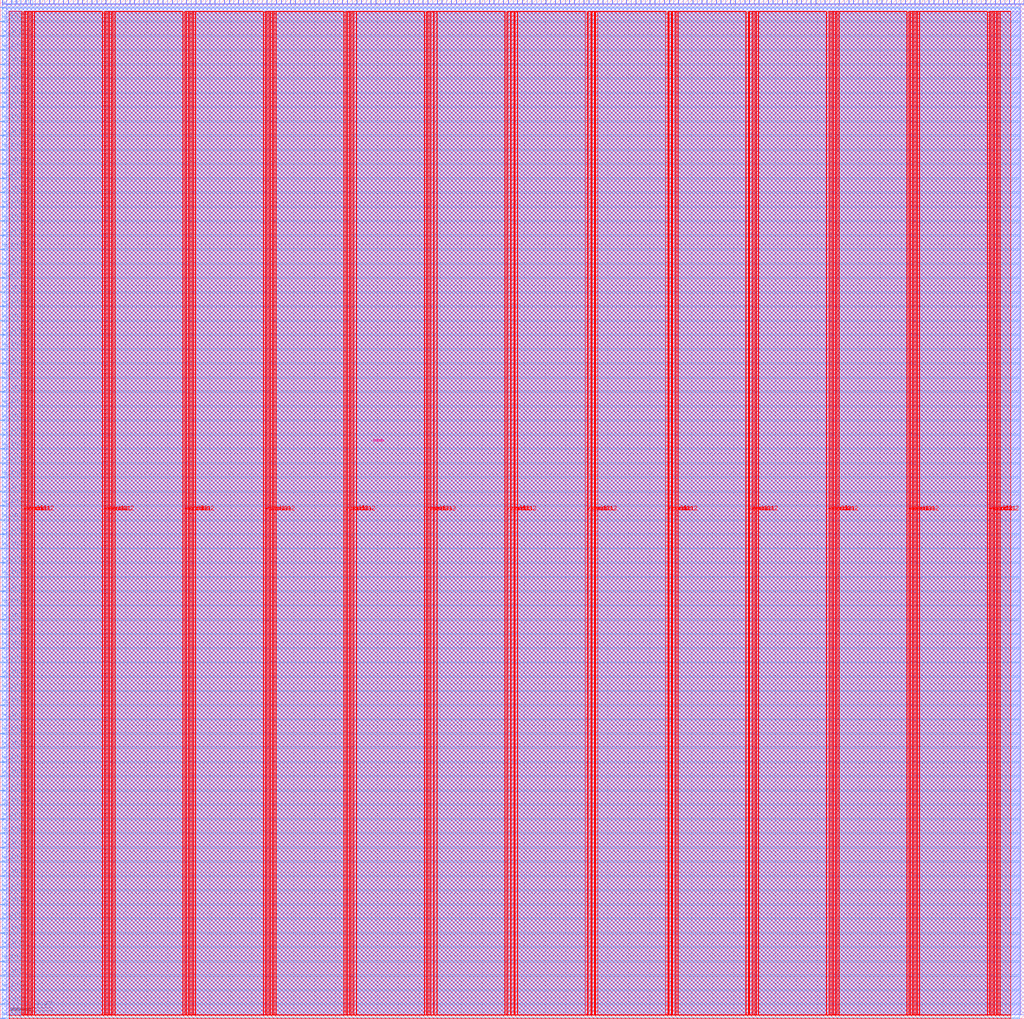
<source format=lef>
VERSION 5.7 ;
  NOWIREEXTENSIONATPIN ON ;
  DIVIDERCHAR "/" ;
  BUSBITCHARS "[]" ;
MACRO register_file
  CLASS BLOCK ;
  FOREIGN register_file ;
  ORIGIN 0.000 0.000 ;
  SIZE 977.410 BY 973.160 ;
  PIN clk
    DIRECTION INPUT ;
    USE SIGNAL ;
    PORT
      LAYER met2 ;
        RECT 1.930 969.160 2.210 973.160 ;
    END
  END clk
  PIN d_in[0]
    DIRECTION INPUT ;
    USE SIGNAL ;
    PORT
      LAYER met2 ;
        RECT 6.070 969.160 6.350 973.160 ;
    END
  END d_in[0]
  PIN d_in[10]
    DIRECTION INPUT ;
    USE SIGNAL ;
    PORT
      LAYER met2 ;
        RECT 51.150 969.160 51.430 973.160 ;
    END
  END d_in[10]
  PIN d_in[11]
    DIRECTION INPUT ;
    USE SIGNAL ;
    PORT
      LAYER met2 ;
        RECT 55.750 969.160 56.030 973.160 ;
    END
  END d_in[11]
  PIN d_in[12]
    DIRECTION INPUT ;
    USE SIGNAL ;
    PORT
      LAYER met2 ;
        RECT 60.350 969.160 60.630 973.160 ;
    END
  END d_in[12]
  PIN d_in[13]
    DIRECTION INPUT ;
    USE SIGNAL ;
    PORT
      LAYER met2 ;
        RECT 64.950 969.160 65.230 973.160 ;
    END
  END d_in[13]
  PIN d_in[14]
    DIRECTION INPUT ;
    USE SIGNAL ;
    PORT
      LAYER met2 ;
        RECT 69.550 969.160 69.830 973.160 ;
    END
  END d_in[14]
  PIN d_in[15]
    DIRECTION INPUT ;
    USE SIGNAL ;
    PORT
      LAYER met2 ;
        RECT 74.150 969.160 74.430 973.160 ;
    END
  END d_in[15]
  PIN d_in[16]
    DIRECTION INPUT ;
    USE SIGNAL ;
    PORT
      LAYER met2 ;
        RECT 78.290 969.160 78.570 973.160 ;
    END
  END d_in[16]
  PIN d_in[17]
    DIRECTION INPUT ;
    USE SIGNAL ;
    PORT
      LAYER met2 ;
        RECT 82.890 969.160 83.170 973.160 ;
    END
  END d_in[17]
  PIN d_in[18]
    DIRECTION INPUT ;
    USE SIGNAL ;
    PORT
      LAYER met2 ;
        RECT 87.490 969.160 87.770 973.160 ;
    END
  END d_in[18]
  PIN d_in[19]
    DIRECTION INPUT ;
    USE SIGNAL ;
    PORT
      LAYER met2 ;
        RECT 92.090 969.160 92.370 973.160 ;
    END
  END d_in[19]
  PIN d_in[1]
    DIRECTION INPUT ;
    USE SIGNAL ;
    PORT
      LAYER met2 ;
        RECT 10.670 969.160 10.950 973.160 ;
    END
  END d_in[1]
  PIN d_in[20]
    DIRECTION INPUT ;
    USE SIGNAL ;
    PORT
      LAYER met2 ;
        RECT 96.690 969.160 96.970 973.160 ;
    END
  END d_in[20]
  PIN d_in[21]
    DIRECTION INPUT ;
    USE SIGNAL ;
    PORT
      LAYER met2 ;
        RECT 100.830 969.160 101.110 973.160 ;
    END
  END d_in[21]
  PIN d_in[22]
    DIRECTION INPUT ;
    USE SIGNAL ;
    PORT
      LAYER met2 ;
        RECT 105.430 969.160 105.710 973.160 ;
    END
  END d_in[22]
  PIN d_in[23]
    DIRECTION INPUT ;
    USE SIGNAL ;
    PORT
      LAYER met2 ;
        RECT 110.030 969.160 110.310 973.160 ;
    END
  END d_in[23]
  PIN d_in[2]
    DIRECTION INPUT ;
    USE SIGNAL ;
    PORT
      LAYER met2 ;
        RECT 15.270 969.160 15.550 973.160 ;
    END
  END d_in[2]
  PIN d_in[3]
    DIRECTION INPUT ;
    USE SIGNAL ;
    PORT
      LAYER met2 ;
        RECT 19.870 969.160 20.150 973.160 ;
    END
  END d_in[3]
  PIN d_in[4]
    DIRECTION INPUT ;
    USE SIGNAL ;
    PORT
      LAYER met2 ;
        RECT 24.470 969.160 24.750 973.160 ;
    END
  END d_in[4]
  PIN d_in[5]
    DIRECTION INPUT ;
    USE SIGNAL ;
    PORT
      LAYER met2 ;
        RECT 28.610 969.160 28.890 973.160 ;
    END
  END d_in[5]
  PIN d_in[6]
    DIRECTION INPUT ;
    USE SIGNAL ;
    PORT
      LAYER met2 ;
        RECT 33.210 969.160 33.490 973.160 ;
    END
  END d_in[6]
  PIN d_in[7]
    DIRECTION INPUT ;
    USE SIGNAL ;
    PORT
      LAYER met2 ;
        RECT 37.810 969.160 38.090 973.160 ;
    END
  END d_in[7]
  PIN d_in[8]
    DIRECTION INPUT ;
    USE SIGNAL ;
    PORT
      LAYER met2 ;
        RECT 42.410 969.160 42.690 973.160 ;
    END
  END d_in[8]
  PIN d_in[9]
    DIRECTION INPUT ;
    USE SIGNAL ;
    PORT
      LAYER met2 ;
        RECT 47.010 969.160 47.290 973.160 ;
    END
  END d_in[9]
  PIN d_out[0]
    DIRECTION OUTPUT TRISTATE ;
    USE SIGNAL ;
    PORT
      LAYER met2 ;
        RECT 114.630 969.160 114.910 973.160 ;
    END
  END d_out[0]
  PIN d_out[100]
    DIRECTION OUTPUT TRISTATE ;
    USE SIGNAL ;
    PORT
      LAYER met2 ;
        RECT 565.890 969.160 566.170 973.160 ;
    END
  END d_out[100]
  PIN d_out[101]
    DIRECTION OUTPUT TRISTATE ;
    USE SIGNAL ;
    PORT
      LAYER met2 ;
        RECT 570.490 969.160 570.770 973.160 ;
    END
  END d_out[101]
  PIN d_out[102]
    DIRECTION OUTPUT TRISTATE ;
    USE SIGNAL ;
    PORT
      LAYER met2 ;
        RECT 575.090 969.160 575.370 973.160 ;
    END
  END d_out[102]
  PIN d_out[103]
    DIRECTION OUTPUT TRISTATE ;
    USE SIGNAL ;
    PORT
      LAYER met2 ;
        RECT 579.690 969.160 579.970 973.160 ;
    END
  END d_out[103]
  PIN d_out[104]
    DIRECTION OUTPUT TRISTATE ;
    USE SIGNAL ;
    PORT
      LAYER met2 ;
        RECT 584.290 969.160 584.570 973.160 ;
    END
  END d_out[104]
  PIN d_out[105]
    DIRECTION OUTPUT TRISTATE ;
    USE SIGNAL ;
    PORT
      LAYER met2 ;
        RECT 588.890 969.160 589.170 973.160 ;
    END
  END d_out[105]
  PIN d_out[106]
    DIRECTION OUTPUT TRISTATE ;
    USE SIGNAL ;
    PORT
      LAYER met2 ;
        RECT 593.030 969.160 593.310 973.160 ;
    END
  END d_out[106]
  PIN d_out[107]
    DIRECTION OUTPUT TRISTATE ;
    USE SIGNAL ;
    PORT
      LAYER met2 ;
        RECT 597.630 969.160 597.910 973.160 ;
    END
  END d_out[107]
  PIN d_out[108]
    DIRECTION OUTPUT TRISTATE ;
    USE SIGNAL ;
    PORT
      LAYER met2 ;
        RECT 602.230 969.160 602.510 973.160 ;
    END
  END d_out[108]
  PIN d_out[109]
    DIRECTION OUTPUT TRISTATE ;
    USE SIGNAL ;
    PORT
      LAYER met2 ;
        RECT 606.830 969.160 607.110 973.160 ;
    END
  END d_out[109]
  PIN d_out[10]
    DIRECTION OUTPUT TRISTATE ;
    USE SIGNAL ;
    PORT
      LAYER met2 ;
        RECT 159.710 969.160 159.990 973.160 ;
    END
  END d_out[10]
  PIN d_out[110]
    DIRECTION OUTPUT TRISTATE ;
    USE SIGNAL ;
    PORT
      LAYER met2 ;
        RECT 611.430 969.160 611.710 973.160 ;
    END
  END d_out[110]
  PIN d_out[111]
    DIRECTION OUTPUT TRISTATE ;
    USE SIGNAL ;
    PORT
      LAYER met2 ;
        RECT 615.570 969.160 615.850 973.160 ;
    END
  END d_out[111]
  PIN d_out[112]
    DIRECTION OUTPUT TRISTATE ;
    USE SIGNAL ;
    PORT
      LAYER met2 ;
        RECT 620.170 969.160 620.450 973.160 ;
    END
  END d_out[112]
  PIN d_out[113]
    DIRECTION OUTPUT TRISTATE ;
    USE SIGNAL ;
    PORT
      LAYER met2 ;
        RECT 624.770 969.160 625.050 973.160 ;
    END
  END d_out[113]
  PIN d_out[114]
    DIRECTION OUTPUT TRISTATE ;
    USE SIGNAL ;
    PORT
      LAYER met2 ;
        RECT 629.370 969.160 629.650 973.160 ;
    END
  END d_out[114]
  PIN d_out[115]
    DIRECTION OUTPUT TRISTATE ;
    USE SIGNAL ;
    PORT
      LAYER met2 ;
        RECT 633.970 969.160 634.250 973.160 ;
    END
  END d_out[115]
  PIN d_out[116]
    DIRECTION OUTPUT TRISTATE ;
    USE SIGNAL ;
    PORT
      LAYER met2 ;
        RECT 638.570 969.160 638.850 973.160 ;
    END
  END d_out[116]
  PIN d_out[117]
    DIRECTION OUTPUT TRISTATE ;
    USE SIGNAL ;
    PORT
      LAYER met2 ;
        RECT 642.710 969.160 642.990 973.160 ;
    END
  END d_out[117]
  PIN d_out[118]
    DIRECTION OUTPUT TRISTATE ;
    USE SIGNAL ;
    PORT
      LAYER met2 ;
        RECT 647.310 969.160 647.590 973.160 ;
    END
  END d_out[118]
  PIN d_out[119]
    DIRECTION OUTPUT TRISTATE ;
    USE SIGNAL ;
    PORT
      LAYER met2 ;
        RECT 651.910 969.160 652.190 973.160 ;
    END
  END d_out[119]
  PIN d_out[11]
    DIRECTION OUTPUT TRISTATE ;
    USE SIGNAL ;
    PORT
      LAYER met2 ;
        RECT 164.310 969.160 164.590 973.160 ;
    END
  END d_out[11]
  PIN d_out[120]
    DIRECTION OUTPUT TRISTATE ;
    USE SIGNAL ;
    PORT
      LAYER met2 ;
        RECT 656.510 969.160 656.790 973.160 ;
    END
  END d_out[120]
  PIN d_out[121]
    DIRECTION OUTPUT TRISTATE ;
    USE SIGNAL ;
    PORT
      LAYER met2 ;
        RECT 661.110 969.160 661.390 973.160 ;
    END
  END d_out[121]
  PIN d_out[122]
    DIRECTION OUTPUT TRISTATE ;
    USE SIGNAL ;
    PORT
      LAYER met2 ;
        RECT 665.250 969.160 665.530 973.160 ;
    END
  END d_out[122]
  PIN d_out[123]
    DIRECTION OUTPUT TRISTATE ;
    USE SIGNAL ;
    PORT
      LAYER met2 ;
        RECT 669.850 969.160 670.130 973.160 ;
    END
  END d_out[123]
  PIN d_out[124]
    DIRECTION OUTPUT TRISTATE ;
    USE SIGNAL ;
    PORT
      LAYER met2 ;
        RECT 674.450 969.160 674.730 973.160 ;
    END
  END d_out[124]
  PIN d_out[125]
    DIRECTION OUTPUT TRISTATE ;
    USE SIGNAL ;
    PORT
      LAYER met2 ;
        RECT 679.050 969.160 679.330 973.160 ;
    END
  END d_out[125]
  PIN d_out[126]
    DIRECTION OUTPUT TRISTATE ;
    USE SIGNAL ;
    PORT
      LAYER met2 ;
        RECT 683.650 969.160 683.930 973.160 ;
    END
  END d_out[126]
  PIN d_out[127]
    DIRECTION OUTPUT TRISTATE ;
    USE SIGNAL ;
    PORT
      LAYER met2 ;
        RECT 687.790 969.160 688.070 973.160 ;
    END
  END d_out[127]
  PIN d_out[128]
    DIRECTION OUTPUT TRISTATE ;
    USE SIGNAL ;
    PORT
      LAYER met2 ;
        RECT 692.390 969.160 692.670 973.160 ;
    END
  END d_out[128]
  PIN d_out[129]
    DIRECTION OUTPUT TRISTATE ;
    USE SIGNAL ;
    PORT
      LAYER met2 ;
        RECT 696.990 969.160 697.270 973.160 ;
    END
  END d_out[129]
  PIN d_out[12]
    DIRECTION OUTPUT TRISTATE ;
    USE SIGNAL ;
    PORT
      LAYER met2 ;
        RECT 168.910 969.160 169.190 973.160 ;
    END
  END d_out[12]
  PIN d_out[130]
    DIRECTION OUTPUT TRISTATE ;
    USE SIGNAL ;
    PORT
      LAYER met2 ;
        RECT 701.590 969.160 701.870 973.160 ;
    END
  END d_out[130]
  PIN d_out[131]
    DIRECTION OUTPUT TRISTATE ;
    USE SIGNAL ;
    PORT
      LAYER met2 ;
        RECT 706.190 969.160 706.470 973.160 ;
    END
  END d_out[131]
  PIN d_out[132]
    DIRECTION OUTPUT TRISTATE ;
    USE SIGNAL ;
    PORT
      LAYER met2 ;
        RECT 710.790 969.160 711.070 973.160 ;
    END
  END d_out[132]
  PIN d_out[133]
    DIRECTION OUTPUT TRISTATE ;
    USE SIGNAL ;
    PORT
      LAYER met2 ;
        RECT 714.930 969.160 715.210 973.160 ;
    END
  END d_out[133]
  PIN d_out[134]
    DIRECTION OUTPUT TRISTATE ;
    USE SIGNAL ;
    PORT
      LAYER met2 ;
        RECT 719.530 969.160 719.810 973.160 ;
    END
  END d_out[134]
  PIN d_out[135]
    DIRECTION OUTPUT TRISTATE ;
    USE SIGNAL ;
    PORT
      LAYER met2 ;
        RECT 724.130 969.160 724.410 973.160 ;
    END
  END d_out[135]
  PIN d_out[136]
    DIRECTION OUTPUT TRISTATE ;
    USE SIGNAL ;
    PORT
      LAYER met2 ;
        RECT 728.730 969.160 729.010 973.160 ;
    END
  END d_out[136]
  PIN d_out[137]
    DIRECTION OUTPUT TRISTATE ;
    USE SIGNAL ;
    PORT
      LAYER met2 ;
        RECT 733.330 969.160 733.610 973.160 ;
    END
  END d_out[137]
  PIN d_out[138]
    DIRECTION OUTPUT TRISTATE ;
    USE SIGNAL ;
    PORT
      LAYER met2 ;
        RECT 737.470 969.160 737.750 973.160 ;
    END
  END d_out[138]
  PIN d_out[139]
    DIRECTION OUTPUT TRISTATE ;
    USE SIGNAL ;
    PORT
      LAYER met2 ;
        RECT 742.070 969.160 742.350 973.160 ;
    END
  END d_out[139]
  PIN d_out[13]
    DIRECTION OUTPUT TRISTATE ;
    USE SIGNAL ;
    PORT
      LAYER met2 ;
        RECT 173.050 969.160 173.330 973.160 ;
    END
  END d_out[13]
  PIN d_out[140]
    DIRECTION OUTPUT TRISTATE ;
    USE SIGNAL ;
    PORT
      LAYER met2 ;
        RECT 746.670 969.160 746.950 973.160 ;
    END
  END d_out[140]
  PIN d_out[141]
    DIRECTION OUTPUT TRISTATE ;
    USE SIGNAL ;
    PORT
      LAYER met2 ;
        RECT 751.270 969.160 751.550 973.160 ;
    END
  END d_out[141]
  PIN d_out[142]
    DIRECTION OUTPUT TRISTATE ;
    USE SIGNAL ;
    PORT
      LAYER met2 ;
        RECT 755.870 969.160 756.150 973.160 ;
    END
  END d_out[142]
  PIN d_out[143]
    DIRECTION OUTPUT TRISTATE ;
    USE SIGNAL ;
    PORT
      LAYER met2 ;
        RECT 760.470 969.160 760.750 973.160 ;
    END
  END d_out[143]
  PIN d_out[144]
    DIRECTION OUTPUT TRISTATE ;
    USE SIGNAL ;
    PORT
      LAYER met2 ;
        RECT 764.610 969.160 764.890 973.160 ;
    END
  END d_out[144]
  PIN d_out[145]
    DIRECTION OUTPUT TRISTATE ;
    USE SIGNAL ;
    PORT
      LAYER met2 ;
        RECT 769.210 969.160 769.490 973.160 ;
    END
  END d_out[145]
  PIN d_out[146]
    DIRECTION OUTPUT TRISTATE ;
    USE SIGNAL ;
    PORT
      LAYER met2 ;
        RECT 773.810 969.160 774.090 973.160 ;
    END
  END d_out[146]
  PIN d_out[147]
    DIRECTION OUTPUT TRISTATE ;
    USE SIGNAL ;
    PORT
      LAYER met2 ;
        RECT 778.410 969.160 778.690 973.160 ;
    END
  END d_out[147]
  PIN d_out[148]
    DIRECTION OUTPUT TRISTATE ;
    USE SIGNAL ;
    PORT
      LAYER met2 ;
        RECT 783.010 969.160 783.290 973.160 ;
    END
  END d_out[148]
  PIN d_out[149]
    DIRECTION OUTPUT TRISTATE ;
    USE SIGNAL ;
    PORT
      LAYER met2 ;
        RECT 787.150 969.160 787.430 973.160 ;
    END
  END d_out[149]
  PIN d_out[14]
    DIRECTION OUTPUT TRISTATE ;
    USE SIGNAL ;
    PORT
      LAYER met2 ;
        RECT 177.650 969.160 177.930 973.160 ;
    END
  END d_out[14]
  PIN d_out[150]
    DIRECTION OUTPUT TRISTATE ;
    USE SIGNAL ;
    PORT
      LAYER met2 ;
        RECT 791.750 969.160 792.030 973.160 ;
    END
  END d_out[150]
  PIN d_out[151]
    DIRECTION OUTPUT TRISTATE ;
    USE SIGNAL ;
    PORT
      LAYER met2 ;
        RECT 796.350 969.160 796.630 973.160 ;
    END
  END d_out[151]
  PIN d_out[152]
    DIRECTION OUTPUT TRISTATE ;
    USE SIGNAL ;
    PORT
      LAYER met2 ;
        RECT 800.950 969.160 801.230 973.160 ;
    END
  END d_out[152]
  PIN d_out[153]
    DIRECTION OUTPUT TRISTATE ;
    USE SIGNAL ;
    PORT
      LAYER met2 ;
        RECT 805.550 969.160 805.830 973.160 ;
    END
  END d_out[153]
  PIN d_out[154]
    DIRECTION OUTPUT TRISTATE ;
    USE SIGNAL ;
    PORT
      LAYER met2 ;
        RECT 810.150 969.160 810.430 973.160 ;
    END
  END d_out[154]
  PIN d_out[155]
    DIRECTION OUTPUT TRISTATE ;
    USE SIGNAL ;
    PORT
      LAYER met2 ;
        RECT 814.290 969.160 814.570 973.160 ;
    END
  END d_out[155]
  PIN d_out[156]
    DIRECTION OUTPUT TRISTATE ;
    USE SIGNAL ;
    PORT
      LAYER met2 ;
        RECT 818.890 969.160 819.170 973.160 ;
    END
  END d_out[156]
  PIN d_out[157]
    DIRECTION OUTPUT TRISTATE ;
    USE SIGNAL ;
    PORT
      LAYER met2 ;
        RECT 823.490 969.160 823.770 973.160 ;
    END
  END d_out[157]
  PIN d_out[158]
    DIRECTION OUTPUT TRISTATE ;
    USE SIGNAL ;
    PORT
      LAYER met2 ;
        RECT 828.090 969.160 828.370 973.160 ;
    END
  END d_out[158]
  PIN d_out[159]
    DIRECTION OUTPUT TRISTATE ;
    USE SIGNAL ;
    PORT
      LAYER met2 ;
        RECT 832.690 969.160 832.970 973.160 ;
    END
  END d_out[159]
  PIN d_out[15]
    DIRECTION OUTPUT TRISTATE ;
    USE SIGNAL ;
    PORT
      LAYER met2 ;
        RECT 182.250 969.160 182.530 973.160 ;
    END
  END d_out[15]
  PIN d_out[160]
    DIRECTION OUTPUT TRISTATE ;
    USE SIGNAL ;
    PORT
      LAYER met2 ;
        RECT 836.830 969.160 837.110 973.160 ;
    END
  END d_out[160]
  PIN d_out[161]
    DIRECTION OUTPUT TRISTATE ;
    USE SIGNAL ;
    PORT
      LAYER met2 ;
        RECT 841.430 969.160 841.710 973.160 ;
    END
  END d_out[161]
  PIN d_out[162]
    DIRECTION OUTPUT TRISTATE ;
    USE SIGNAL ;
    PORT
      LAYER met2 ;
        RECT 846.030 969.160 846.310 973.160 ;
    END
  END d_out[162]
  PIN d_out[163]
    DIRECTION OUTPUT TRISTATE ;
    USE SIGNAL ;
    PORT
      LAYER met2 ;
        RECT 850.630 969.160 850.910 973.160 ;
    END
  END d_out[163]
  PIN d_out[164]
    DIRECTION OUTPUT TRISTATE ;
    USE SIGNAL ;
    PORT
      LAYER met2 ;
        RECT 855.230 969.160 855.510 973.160 ;
    END
  END d_out[164]
  PIN d_out[165]
    DIRECTION OUTPUT TRISTATE ;
    USE SIGNAL ;
    PORT
      LAYER met2 ;
        RECT 859.370 969.160 859.650 973.160 ;
    END
  END d_out[165]
  PIN d_out[166]
    DIRECTION OUTPUT TRISTATE ;
    USE SIGNAL ;
    PORT
      LAYER met2 ;
        RECT 863.970 969.160 864.250 973.160 ;
    END
  END d_out[166]
  PIN d_out[167]
    DIRECTION OUTPUT TRISTATE ;
    USE SIGNAL ;
    PORT
      LAYER met2 ;
        RECT 868.570 969.160 868.850 973.160 ;
    END
  END d_out[167]
  PIN d_out[168]
    DIRECTION OUTPUT TRISTATE ;
    USE SIGNAL ;
    PORT
      LAYER met2 ;
        RECT 873.170 969.160 873.450 973.160 ;
    END
  END d_out[168]
  PIN d_out[169]
    DIRECTION OUTPUT TRISTATE ;
    USE SIGNAL ;
    PORT
      LAYER met2 ;
        RECT 877.770 969.160 878.050 973.160 ;
    END
  END d_out[169]
  PIN d_out[16]
    DIRECTION OUTPUT TRISTATE ;
    USE SIGNAL ;
    PORT
      LAYER met2 ;
        RECT 186.850 969.160 187.130 973.160 ;
    END
  END d_out[16]
  PIN d_out[170]
    DIRECTION OUTPUT TRISTATE ;
    USE SIGNAL ;
    PORT
      LAYER met2 ;
        RECT 882.370 969.160 882.650 973.160 ;
    END
  END d_out[170]
  PIN d_out[171]
    DIRECTION OUTPUT TRISTATE ;
    USE SIGNAL ;
    PORT
      LAYER met2 ;
        RECT 886.510 969.160 886.790 973.160 ;
    END
  END d_out[171]
  PIN d_out[172]
    DIRECTION OUTPUT TRISTATE ;
    USE SIGNAL ;
    PORT
      LAYER met2 ;
        RECT 891.110 969.160 891.390 973.160 ;
    END
  END d_out[172]
  PIN d_out[173]
    DIRECTION OUTPUT TRISTATE ;
    USE SIGNAL ;
    PORT
      LAYER met2 ;
        RECT 895.710 969.160 895.990 973.160 ;
    END
  END d_out[173]
  PIN d_out[174]
    DIRECTION OUTPUT TRISTATE ;
    USE SIGNAL ;
    PORT
      LAYER met2 ;
        RECT 900.310 969.160 900.590 973.160 ;
    END
  END d_out[174]
  PIN d_out[175]
    DIRECTION OUTPUT TRISTATE ;
    USE SIGNAL ;
    PORT
      LAYER met2 ;
        RECT 904.910 969.160 905.190 973.160 ;
    END
  END d_out[175]
  PIN d_out[176]
    DIRECTION OUTPUT TRISTATE ;
    USE SIGNAL ;
    PORT
      LAYER met2 ;
        RECT 909.050 969.160 909.330 973.160 ;
    END
  END d_out[176]
  PIN d_out[177]
    DIRECTION OUTPUT TRISTATE ;
    USE SIGNAL ;
    PORT
      LAYER met2 ;
        RECT 913.650 969.160 913.930 973.160 ;
    END
  END d_out[177]
  PIN d_out[178]
    DIRECTION OUTPUT TRISTATE ;
    USE SIGNAL ;
    PORT
      LAYER met2 ;
        RECT 918.250 969.160 918.530 973.160 ;
    END
  END d_out[178]
  PIN d_out[179]
    DIRECTION OUTPUT TRISTATE ;
    USE SIGNAL ;
    PORT
      LAYER met2 ;
        RECT 922.850 969.160 923.130 973.160 ;
    END
  END d_out[179]
  PIN d_out[17]
    DIRECTION OUTPUT TRISTATE ;
    USE SIGNAL ;
    PORT
      LAYER met2 ;
        RECT 191.450 969.160 191.730 973.160 ;
    END
  END d_out[17]
  PIN d_out[180]
    DIRECTION OUTPUT TRISTATE ;
    USE SIGNAL ;
    PORT
      LAYER met2 ;
        RECT 927.450 969.160 927.730 973.160 ;
    END
  END d_out[180]
  PIN d_out[181]
    DIRECTION OUTPUT TRISTATE ;
    USE SIGNAL ;
    PORT
      LAYER met2 ;
        RECT 932.050 969.160 932.330 973.160 ;
    END
  END d_out[181]
  PIN d_out[182]
    DIRECTION OUTPUT TRISTATE ;
    USE SIGNAL ;
    PORT
      LAYER met2 ;
        RECT 936.190 969.160 936.470 973.160 ;
    END
  END d_out[182]
  PIN d_out[183]
    DIRECTION OUTPUT TRISTATE ;
    USE SIGNAL ;
    PORT
      LAYER met2 ;
        RECT 940.790 969.160 941.070 973.160 ;
    END
  END d_out[183]
  PIN d_out[184]
    DIRECTION OUTPUT TRISTATE ;
    USE SIGNAL ;
    PORT
      LAYER met2 ;
        RECT 945.390 969.160 945.670 973.160 ;
    END
  END d_out[184]
  PIN d_out[185]
    DIRECTION OUTPUT TRISTATE ;
    USE SIGNAL ;
    PORT
      LAYER met2 ;
        RECT 949.990 969.160 950.270 973.160 ;
    END
  END d_out[185]
  PIN d_out[186]
    DIRECTION OUTPUT TRISTATE ;
    USE SIGNAL ;
    PORT
      LAYER met2 ;
        RECT 954.590 969.160 954.870 973.160 ;
    END
  END d_out[186]
  PIN d_out[187]
    DIRECTION OUTPUT TRISTATE ;
    USE SIGNAL ;
    PORT
      LAYER met2 ;
        RECT 958.730 969.160 959.010 973.160 ;
    END
  END d_out[187]
  PIN d_out[188]
    DIRECTION OUTPUT TRISTATE ;
    USE SIGNAL ;
    PORT
      LAYER met2 ;
        RECT 963.330 969.160 963.610 973.160 ;
    END
  END d_out[188]
  PIN d_out[189]
    DIRECTION OUTPUT TRISTATE ;
    USE SIGNAL ;
    PORT
      LAYER met2 ;
        RECT 967.930 969.160 968.210 973.160 ;
    END
  END d_out[189]
  PIN d_out[18]
    DIRECTION OUTPUT TRISTATE ;
    USE SIGNAL ;
    PORT
      LAYER met2 ;
        RECT 196.050 969.160 196.330 973.160 ;
    END
  END d_out[18]
  PIN d_out[190]
    DIRECTION OUTPUT TRISTATE ;
    USE SIGNAL ;
    PORT
      LAYER met2 ;
        RECT 972.530 969.160 972.810 973.160 ;
    END
  END d_out[190]
  PIN d_out[191]
    DIRECTION OUTPUT TRISTATE ;
    USE SIGNAL ;
    PORT
      LAYER met2 ;
        RECT 977.130 969.160 977.410 973.160 ;
    END
  END d_out[191]
  PIN d_out[19]
    DIRECTION OUTPUT TRISTATE ;
    USE SIGNAL ;
    PORT
      LAYER met2 ;
        RECT 200.190 969.160 200.470 973.160 ;
    END
  END d_out[19]
  PIN d_out[1]
    DIRECTION OUTPUT TRISTATE ;
    USE SIGNAL ;
    PORT
      LAYER met2 ;
        RECT 119.230 969.160 119.510 973.160 ;
    END
  END d_out[1]
  PIN d_out[20]
    DIRECTION OUTPUT TRISTATE ;
    USE SIGNAL ;
    PORT
      LAYER met2 ;
        RECT 204.790 969.160 205.070 973.160 ;
    END
  END d_out[20]
  PIN d_out[21]
    DIRECTION OUTPUT TRISTATE ;
    USE SIGNAL ;
    PORT
      LAYER met2 ;
        RECT 209.390 969.160 209.670 973.160 ;
    END
  END d_out[21]
  PIN d_out[22]
    DIRECTION OUTPUT TRISTATE ;
    USE SIGNAL ;
    PORT
      LAYER met2 ;
        RECT 213.990 969.160 214.270 973.160 ;
    END
  END d_out[22]
  PIN d_out[23]
    DIRECTION OUTPUT TRISTATE ;
    USE SIGNAL ;
    PORT
      LAYER met2 ;
        RECT 218.590 969.160 218.870 973.160 ;
    END
  END d_out[23]
  PIN d_out[24]
    DIRECTION OUTPUT TRISTATE ;
    USE SIGNAL ;
    PORT
      LAYER met2 ;
        RECT 222.730 969.160 223.010 973.160 ;
    END
  END d_out[24]
  PIN d_out[25]
    DIRECTION OUTPUT TRISTATE ;
    USE SIGNAL ;
    PORT
      LAYER met2 ;
        RECT 227.330 969.160 227.610 973.160 ;
    END
  END d_out[25]
  PIN d_out[26]
    DIRECTION OUTPUT TRISTATE ;
    USE SIGNAL ;
    PORT
      LAYER met2 ;
        RECT 231.930 969.160 232.210 973.160 ;
    END
  END d_out[26]
  PIN d_out[27]
    DIRECTION OUTPUT TRISTATE ;
    USE SIGNAL ;
    PORT
      LAYER met2 ;
        RECT 236.530 969.160 236.810 973.160 ;
    END
  END d_out[27]
  PIN d_out[28]
    DIRECTION OUTPUT TRISTATE ;
    USE SIGNAL ;
    PORT
      LAYER met2 ;
        RECT 241.130 969.160 241.410 973.160 ;
    END
  END d_out[28]
  PIN d_out[29]
    DIRECTION OUTPUT TRISTATE ;
    USE SIGNAL ;
    PORT
      LAYER met2 ;
        RECT 245.730 969.160 246.010 973.160 ;
    END
  END d_out[29]
  PIN d_out[2]
    DIRECTION OUTPUT TRISTATE ;
    USE SIGNAL ;
    PORT
      LAYER met2 ;
        RECT 123.830 969.160 124.110 973.160 ;
    END
  END d_out[2]
  PIN d_out[30]
    DIRECTION OUTPUT TRISTATE ;
    USE SIGNAL ;
    PORT
      LAYER met2 ;
        RECT 249.870 969.160 250.150 973.160 ;
    END
  END d_out[30]
  PIN d_out[31]
    DIRECTION OUTPUT TRISTATE ;
    USE SIGNAL ;
    PORT
      LAYER met2 ;
        RECT 254.470 969.160 254.750 973.160 ;
    END
  END d_out[31]
  PIN d_out[32]
    DIRECTION OUTPUT TRISTATE ;
    USE SIGNAL ;
    PORT
      LAYER met2 ;
        RECT 259.070 969.160 259.350 973.160 ;
    END
  END d_out[32]
  PIN d_out[33]
    DIRECTION OUTPUT TRISTATE ;
    USE SIGNAL ;
    PORT
      LAYER met2 ;
        RECT 263.670 969.160 263.950 973.160 ;
    END
  END d_out[33]
  PIN d_out[34]
    DIRECTION OUTPUT TRISTATE ;
    USE SIGNAL ;
    PORT
      LAYER met2 ;
        RECT 268.270 969.160 268.550 973.160 ;
    END
  END d_out[34]
  PIN d_out[35]
    DIRECTION OUTPUT TRISTATE ;
    USE SIGNAL ;
    PORT
      LAYER met2 ;
        RECT 272.410 969.160 272.690 973.160 ;
    END
  END d_out[35]
  PIN d_out[36]
    DIRECTION OUTPUT TRISTATE ;
    USE SIGNAL ;
    PORT
      LAYER met2 ;
        RECT 277.010 969.160 277.290 973.160 ;
    END
  END d_out[36]
  PIN d_out[37]
    DIRECTION OUTPUT TRISTATE ;
    USE SIGNAL ;
    PORT
      LAYER met2 ;
        RECT 281.610 969.160 281.890 973.160 ;
    END
  END d_out[37]
  PIN d_out[38]
    DIRECTION OUTPUT TRISTATE ;
    USE SIGNAL ;
    PORT
      LAYER met2 ;
        RECT 286.210 969.160 286.490 973.160 ;
    END
  END d_out[38]
  PIN d_out[39]
    DIRECTION OUTPUT TRISTATE ;
    USE SIGNAL ;
    PORT
      LAYER met2 ;
        RECT 290.810 969.160 291.090 973.160 ;
    END
  END d_out[39]
  PIN d_out[3]
    DIRECTION OUTPUT TRISTATE ;
    USE SIGNAL ;
    PORT
      LAYER met2 ;
        RECT 127.970 969.160 128.250 973.160 ;
    END
  END d_out[3]
  PIN d_out[40]
    DIRECTION OUTPUT TRISTATE ;
    USE SIGNAL ;
    PORT
      LAYER met2 ;
        RECT 295.410 969.160 295.690 973.160 ;
    END
  END d_out[40]
  PIN d_out[41]
    DIRECTION OUTPUT TRISTATE ;
    USE SIGNAL ;
    PORT
      LAYER met2 ;
        RECT 299.550 969.160 299.830 973.160 ;
    END
  END d_out[41]
  PIN d_out[42]
    DIRECTION OUTPUT TRISTATE ;
    USE SIGNAL ;
    PORT
      LAYER met2 ;
        RECT 304.150 969.160 304.430 973.160 ;
    END
  END d_out[42]
  PIN d_out[43]
    DIRECTION OUTPUT TRISTATE ;
    USE SIGNAL ;
    PORT
      LAYER met2 ;
        RECT 308.750 969.160 309.030 973.160 ;
    END
  END d_out[43]
  PIN d_out[44]
    DIRECTION OUTPUT TRISTATE ;
    USE SIGNAL ;
    PORT
      LAYER met2 ;
        RECT 313.350 969.160 313.630 973.160 ;
    END
  END d_out[44]
  PIN d_out[45]
    DIRECTION OUTPUT TRISTATE ;
    USE SIGNAL ;
    PORT
      LAYER met2 ;
        RECT 317.950 969.160 318.230 973.160 ;
    END
  END d_out[45]
  PIN d_out[46]
    DIRECTION OUTPUT TRISTATE ;
    USE SIGNAL ;
    PORT
      LAYER met2 ;
        RECT 322.090 969.160 322.370 973.160 ;
    END
  END d_out[46]
  PIN d_out[47]
    DIRECTION OUTPUT TRISTATE ;
    USE SIGNAL ;
    PORT
      LAYER met2 ;
        RECT 326.690 969.160 326.970 973.160 ;
    END
  END d_out[47]
  PIN d_out[48]
    DIRECTION OUTPUT TRISTATE ;
    USE SIGNAL ;
    PORT
      LAYER met2 ;
        RECT 331.290 969.160 331.570 973.160 ;
    END
  END d_out[48]
  PIN d_out[49]
    DIRECTION OUTPUT TRISTATE ;
    USE SIGNAL ;
    PORT
      LAYER met2 ;
        RECT 335.890 969.160 336.170 973.160 ;
    END
  END d_out[49]
  PIN d_out[4]
    DIRECTION OUTPUT TRISTATE ;
    USE SIGNAL ;
    PORT
      LAYER met2 ;
        RECT 132.570 969.160 132.850 973.160 ;
    END
  END d_out[4]
  PIN d_out[50]
    DIRECTION OUTPUT TRISTATE ;
    USE SIGNAL ;
    PORT
      LAYER met2 ;
        RECT 340.490 969.160 340.770 973.160 ;
    END
  END d_out[50]
  PIN d_out[51]
    DIRECTION OUTPUT TRISTATE ;
    USE SIGNAL ;
    PORT
      LAYER met2 ;
        RECT 344.630 969.160 344.910 973.160 ;
    END
  END d_out[51]
  PIN d_out[52]
    DIRECTION OUTPUT TRISTATE ;
    USE SIGNAL ;
    PORT
      LAYER met2 ;
        RECT 349.230 969.160 349.510 973.160 ;
    END
  END d_out[52]
  PIN d_out[53]
    DIRECTION OUTPUT TRISTATE ;
    USE SIGNAL ;
    PORT
      LAYER met2 ;
        RECT 353.830 969.160 354.110 973.160 ;
    END
  END d_out[53]
  PIN d_out[54]
    DIRECTION OUTPUT TRISTATE ;
    USE SIGNAL ;
    PORT
      LAYER met2 ;
        RECT 358.430 969.160 358.710 973.160 ;
    END
  END d_out[54]
  PIN d_out[55]
    DIRECTION OUTPUT TRISTATE ;
    USE SIGNAL ;
    PORT
      LAYER met2 ;
        RECT 363.030 969.160 363.310 973.160 ;
    END
  END d_out[55]
  PIN d_out[56]
    DIRECTION OUTPUT TRISTATE ;
    USE SIGNAL ;
    PORT
      LAYER met2 ;
        RECT 367.630 969.160 367.910 973.160 ;
    END
  END d_out[56]
  PIN d_out[57]
    DIRECTION OUTPUT TRISTATE ;
    USE SIGNAL ;
    PORT
      LAYER met2 ;
        RECT 371.770 969.160 372.050 973.160 ;
    END
  END d_out[57]
  PIN d_out[58]
    DIRECTION OUTPUT TRISTATE ;
    USE SIGNAL ;
    PORT
      LAYER met2 ;
        RECT 376.370 969.160 376.650 973.160 ;
    END
  END d_out[58]
  PIN d_out[59]
    DIRECTION OUTPUT TRISTATE ;
    USE SIGNAL ;
    PORT
      LAYER met2 ;
        RECT 380.970 969.160 381.250 973.160 ;
    END
  END d_out[59]
  PIN d_out[5]
    DIRECTION OUTPUT TRISTATE ;
    USE SIGNAL ;
    PORT
      LAYER met2 ;
        RECT 137.170 969.160 137.450 973.160 ;
    END
  END d_out[5]
  PIN d_out[60]
    DIRECTION OUTPUT TRISTATE ;
    USE SIGNAL ;
    PORT
      LAYER met2 ;
        RECT 385.570 969.160 385.850 973.160 ;
    END
  END d_out[60]
  PIN d_out[61]
    DIRECTION OUTPUT TRISTATE ;
    USE SIGNAL ;
    PORT
      LAYER met2 ;
        RECT 390.170 969.160 390.450 973.160 ;
    END
  END d_out[61]
  PIN d_out[62]
    DIRECTION OUTPUT TRISTATE ;
    USE SIGNAL ;
    PORT
      LAYER met2 ;
        RECT 394.310 969.160 394.590 973.160 ;
    END
  END d_out[62]
  PIN d_out[63]
    DIRECTION OUTPUT TRISTATE ;
    USE SIGNAL ;
    PORT
      LAYER met2 ;
        RECT 398.910 969.160 399.190 973.160 ;
    END
  END d_out[63]
  PIN d_out[64]
    DIRECTION OUTPUT TRISTATE ;
    USE SIGNAL ;
    PORT
      LAYER met2 ;
        RECT 403.510 969.160 403.790 973.160 ;
    END
  END d_out[64]
  PIN d_out[65]
    DIRECTION OUTPUT TRISTATE ;
    USE SIGNAL ;
    PORT
      LAYER met2 ;
        RECT 408.110 969.160 408.390 973.160 ;
    END
  END d_out[65]
  PIN d_out[66]
    DIRECTION OUTPUT TRISTATE ;
    USE SIGNAL ;
    PORT
      LAYER met2 ;
        RECT 412.710 969.160 412.990 973.160 ;
    END
  END d_out[66]
  PIN d_out[67]
    DIRECTION OUTPUT TRISTATE ;
    USE SIGNAL ;
    PORT
      LAYER met2 ;
        RECT 417.310 969.160 417.590 973.160 ;
    END
  END d_out[67]
  PIN d_out[68]
    DIRECTION OUTPUT TRISTATE ;
    USE SIGNAL ;
    PORT
      LAYER met2 ;
        RECT 421.450 969.160 421.730 973.160 ;
    END
  END d_out[68]
  PIN d_out[69]
    DIRECTION OUTPUT TRISTATE ;
    USE SIGNAL ;
    PORT
      LAYER met2 ;
        RECT 426.050 969.160 426.330 973.160 ;
    END
  END d_out[69]
  PIN d_out[6]
    DIRECTION OUTPUT TRISTATE ;
    USE SIGNAL ;
    PORT
      LAYER met2 ;
        RECT 141.770 969.160 142.050 973.160 ;
    END
  END d_out[6]
  PIN d_out[70]
    DIRECTION OUTPUT TRISTATE ;
    USE SIGNAL ;
    PORT
      LAYER met2 ;
        RECT 430.650 969.160 430.930 973.160 ;
    END
  END d_out[70]
  PIN d_out[71]
    DIRECTION OUTPUT TRISTATE ;
    USE SIGNAL ;
    PORT
      LAYER met2 ;
        RECT 435.250 969.160 435.530 973.160 ;
    END
  END d_out[71]
  PIN d_out[72]
    DIRECTION OUTPUT TRISTATE ;
    USE SIGNAL ;
    PORT
      LAYER met2 ;
        RECT 439.850 969.160 440.130 973.160 ;
    END
  END d_out[72]
  PIN d_out[73]
    DIRECTION OUTPUT TRISTATE ;
    USE SIGNAL ;
    PORT
      LAYER met2 ;
        RECT 443.990 969.160 444.270 973.160 ;
    END
  END d_out[73]
  PIN d_out[74]
    DIRECTION OUTPUT TRISTATE ;
    USE SIGNAL ;
    PORT
      LAYER met2 ;
        RECT 448.590 969.160 448.870 973.160 ;
    END
  END d_out[74]
  PIN d_out[75]
    DIRECTION OUTPUT TRISTATE ;
    USE SIGNAL ;
    PORT
      LAYER met2 ;
        RECT 453.190 969.160 453.470 973.160 ;
    END
  END d_out[75]
  PIN d_out[76]
    DIRECTION OUTPUT TRISTATE ;
    USE SIGNAL ;
    PORT
      LAYER met2 ;
        RECT 457.790 969.160 458.070 973.160 ;
    END
  END d_out[76]
  PIN d_out[77]
    DIRECTION OUTPUT TRISTATE ;
    USE SIGNAL ;
    PORT
      LAYER met2 ;
        RECT 462.390 969.160 462.670 973.160 ;
    END
  END d_out[77]
  PIN d_out[78]
    DIRECTION OUTPUT TRISTATE ;
    USE SIGNAL ;
    PORT
      LAYER met2 ;
        RECT 466.990 969.160 467.270 973.160 ;
    END
  END d_out[78]
  PIN d_out[79]
    DIRECTION OUTPUT TRISTATE ;
    USE SIGNAL ;
    PORT
      LAYER met2 ;
        RECT 471.130 969.160 471.410 973.160 ;
    END
  END d_out[79]
  PIN d_out[7]
    DIRECTION OUTPUT TRISTATE ;
    USE SIGNAL ;
    PORT
      LAYER met2 ;
        RECT 146.370 969.160 146.650 973.160 ;
    END
  END d_out[7]
  PIN d_out[80]
    DIRECTION OUTPUT TRISTATE ;
    USE SIGNAL ;
    PORT
      LAYER met2 ;
        RECT 475.730 969.160 476.010 973.160 ;
    END
  END d_out[80]
  PIN d_out[81]
    DIRECTION OUTPUT TRISTATE ;
    USE SIGNAL ;
    PORT
      LAYER met2 ;
        RECT 480.330 969.160 480.610 973.160 ;
    END
  END d_out[81]
  PIN d_out[82]
    DIRECTION OUTPUT TRISTATE ;
    USE SIGNAL ;
    PORT
      LAYER met2 ;
        RECT 484.930 969.160 485.210 973.160 ;
    END
  END d_out[82]
  PIN d_out[83]
    DIRECTION OUTPUT TRISTATE ;
    USE SIGNAL ;
    PORT
      LAYER met2 ;
        RECT 489.530 969.160 489.810 973.160 ;
    END
  END d_out[83]
  PIN d_out[84]
    DIRECTION OUTPUT TRISTATE ;
    USE SIGNAL ;
    PORT
      LAYER met2 ;
        RECT 493.670 969.160 493.950 973.160 ;
    END
  END d_out[84]
  PIN d_out[85]
    DIRECTION OUTPUT TRISTATE ;
    USE SIGNAL ;
    PORT
      LAYER met2 ;
        RECT 498.270 969.160 498.550 973.160 ;
    END
  END d_out[85]
  PIN d_out[86]
    DIRECTION OUTPUT TRISTATE ;
    USE SIGNAL ;
    PORT
      LAYER met2 ;
        RECT 502.870 969.160 503.150 973.160 ;
    END
  END d_out[86]
  PIN d_out[87]
    DIRECTION OUTPUT TRISTATE ;
    USE SIGNAL ;
    PORT
      LAYER met2 ;
        RECT 507.470 969.160 507.750 973.160 ;
    END
  END d_out[87]
  PIN d_out[88]
    DIRECTION OUTPUT TRISTATE ;
    USE SIGNAL ;
    PORT
      LAYER met2 ;
        RECT 512.070 969.160 512.350 973.160 ;
    END
  END d_out[88]
  PIN d_out[89]
    DIRECTION OUTPUT TRISTATE ;
    USE SIGNAL ;
    PORT
      LAYER met2 ;
        RECT 516.210 969.160 516.490 973.160 ;
    END
  END d_out[89]
  PIN d_out[8]
    DIRECTION OUTPUT TRISTATE ;
    USE SIGNAL ;
    PORT
      LAYER met2 ;
        RECT 150.510 969.160 150.790 973.160 ;
    END
  END d_out[8]
  PIN d_out[90]
    DIRECTION OUTPUT TRISTATE ;
    USE SIGNAL ;
    PORT
      LAYER met2 ;
        RECT 520.810 969.160 521.090 973.160 ;
    END
  END d_out[90]
  PIN d_out[91]
    DIRECTION OUTPUT TRISTATE ;
    USE SIGNAL ;
    PORT
      LAYER met2 ;
        RECT 525.410 969.160 525.690 973.160 ;
    END
  END d_out[91]
  PIN d_out[92]
    DIRECTION OUTPUT TRISTATE ;
    USE SIGNAL ;
    PORT
      LAYER met2 ;
        RECT 530.010 969.160 530.290 973.160 ;
    END
  END d_out[92]
  PIN d_out[93]
    DIRECTION OUTPUT TRISTATE ;
    USE SIGNAL ;
    PORT
      LAYER met2 ;
        RECT 534.610 969.160 534.890 973.160 ;
    END
  END d_out[93]
  PIN d_out[94]
    DIRECTION OUTPUT TRISTATE ;
    USE SIGNAL ;
    PORT
      LAYER met2 ;
        RECT 539.210 969.160 539.490 973.160 ;
    END
  END d_out[94]
  PIN d_out[95]
    DIRECTION OUTPUT TRISTATE ;
    USE SIGNAL ;
    PORT
      LAYER met2 ;
        RECT 543.350 969.160 543.630 973.160 ;
    END
  END d_out[95]
  PIN d_out[96]
    DIRECTION OUTPUT TRISTATE ;
    USE SIGNAL ;
    PORT
      LAYER met2 ;
        RECT 547.950 969.160 548.230 973.160 ;
    END
  END d_out[96]
  PIN d_out[97]
    DIRECTION OUTPUT TRISTATE ;
    USE SIGNAL ;
    PORT
      LAYER met2 ;
        RECT 552.550 969.160 552.830 973.160 ;
    END
  END d_out[97]
  PIN d_out[98]
    DIRECTION OUTPUT TRISTATE ;
    USE SIGNAL ;
    PORT
      LAYER met2 ;
        RECT 557.150 969.160 557.430 973.160 ;
    END
  END d_out[98]
  PIN d_out[99]
    DIRECTION OUTPUT TRISTATE ;
    USE SIGNAL ;
    PORT
      LAYER met2 ;
        RECT 561.750 969.160 562.030 973.160 ;
    END
  END d_out[99]
  PIN d_out[9]
    DIRECTION OUTPUT TRISTATE ;
    USE SIGNAL ;
    PORT
      LAYER met2 ;
        RECT 155.110 969.160 155.390 973.160 ;
    END
  END d_out[9]
  PIN w_in[0]
    DIRECTION INPUT ;
    USE SIGNAL ;
    PORT
      LAYER met3 ;
        RECT 0.000 0.000 4.000 0.600 ;
    END
  END w_in[0]
  PIN w_in[10]
    DIRECTION INPUT ;
    USE SIGNAL ;
    PORT
      LAYER met3 ;
        RECT 0.000 136.000 4.000 136.600 ;
    END
  END w_in[10]
  PIN w_in[11]
    DIRECTION INPUT ;
    USE SIGNAL ;
    PORT
      LAYER met3 ;
        RECT 0.000 149.600 4.000 150.200 ;
    END
  END w_in[11]
  PIN w_in[12]
    DIRECTION INPUT ;
    USE SIGNAL ;
    PORT
      LAYER met3 ;
        RECT 0.000 163.200 4.000 163.800 ;
    END
  END w_in[12]
  PIN w_in[13]
    DIRECTION INPUT ;
    USE SIGNAL ;
    PORT
      LAYER met3 ;
        RECT 0.000 176.800 4.000 177.400 ;
    END
  END w_in[13]
  PIN w_in[14]
    DIRECTION INPUT ;
    USE SIGNAL ;
    PORT
      LAYER met3 ;
        RECT 0.000 190.400 4.000 191.000 ;
    END
  END w_in[14]
  PIN w_in[15]
    DIRECTION INPUT ;
    USE SIGNAL ;
    PORT
      LAYER met3 ;
        RECT 0.000 204.000 4.000 204.600 ;
    END
  END w_in[15]
  PIN w_in[16]
    DIRECTION INPUT ;
    USE SIGNAL ;
    PORT
      LAYER met3 ;
        RECT 0.000 217.600 4.000 218.200 ;
    END
  END w_in[16]
  PIN w_in[17]
    DIRECTION INPUT ;
    USE SIGNAL ;
    PORT
      LAYER met3 ;
        RECT 0.000 231.200 4.000 231.800 ;
    END
  END w_in[17]
  PIN w_in[18]
    DIRECTION INPUT ;
    USE SIGNAL ;
    PORT
      LAYER met3 ;
        RECT 0.000 244.800 4.000 245.400 ;
    END
  END w_in[18]
  PIN w_in[19]
    DIRECTION INPUT ;
    USE SIGNAL ;
    PORT
      LAYER met3 ;
        RECT 0.000 258.400 4.000 259.000 ;
    END
  END w_in[19]
  PIN w_in[1]
    DIRECTION INPUT ;
    USE SIGNAL ;
    PORT
      LAYER met3 ;
        RECT 0.000 13.600 4.000 14.200 ;
    END
  END w_in[1]
  PIN w_in[20]
    DIRECTION INPUT ;
    USE SIGNAL ;
    PORT
      LAYER met3 ;
        RECT 0.000 272.000 4.000 272.600 ;
    END
  END w_in[20]
  PIN w_in[21]
    DIRECTION INPUT ;
    USE SIGNAL ;
    PORT
      LAYER met3 ;
        RECT 0.000 285.600 4.000 286.200 ;
    END
  END w_in[21]
  PIN w_in[22]
    DIRECTION INPUT ;
    USE SIGNAL ;
    PORT
      LAYER met3 ;
        RECT 0.000 299.200 4.000 299.800 ;
    END
  END w_in[22]
  PIN w_in[23]
    DIRECTION INPUT ;
    USE SIGNAL ;
    PORT
      LAYER met3 ;
        RECT 0.000 312.800 4.000 313.400 ;
    END
  END w_in[23]
  PIN w_in[24]
    DIRECTION INPUT ;
    USE SIGNAL ;
    PORT
      LAYER met3 ;
        RECT 0.000 326.400 4.000 327.000 ;
    END
  END w_in[24]
  PIN w_in[25]
    DIRECTION INPUT ;
    USE SIGNAL ;
    PORT
      LAYER met3 ;
        RECT 0.000 340.000 4.000 340.600 ;
    END
  END w_in[25]
  PIN w_in[26]
    DIRECTION INPUT ;
    USE SIGNAL ;
    PORT
      LAYER met3 ;
        RECT 0.000 353.600 4.000 354.200 ;
    END
  END w_in[26]
  PIN w_in[27]
    DIRECTION INPUT ;
    USE SIGNAL ;
    PORT
      LAYER met3 ;
        RECT 0.000 367.200 4.000 367.800 ;
    END
  END w_in[27]
  PIN w_in[28]
    DIRECTION INPUT ;
    USE SIGNAL ;
    PORT
      LAYER met3 ;
        RECT 0.000 380.800 4.000 381.400 ;
    END
  END w_in[28]
  PIN w_in[29]
    DIRECTION INPUT ;
    USE SIGNAL ;
    PORT
      LAYER met3 ;
        RECT 0.000 394.400 4.000 395.000 ;
    END
  END w_in[29]
  PIN w_in[2]
    DIRECTION INPUT ;
    USE SIGNAL ;
    PORT
      LAYER met3 ;
        RECT 0.000 27.200 4.000 27.800 ;
    END
  END w_in[2]
  PIN w_in[30]
    DIRECTION INPUT ;
    USE SIGNAL ;
    PORT
      LAYER met3 ;
        RECT 0.000 408.000 4.000 408.600 ;
    END
  END w_in[30]
  PIN w_in[31]
    DIRECTION INPUT ;
    USE SIGNAL ;
    PORT
      LAYER met3 ;
        RECT 0.000 421.600 4.000 422.200 ;
    END
  END w_in[31]
  PIN w_in[32]
    DIRECTION INPUT ;
    USE SIGNAL ;
    PORT
      LAYER met3 ;
        RECT 0.000 435.200 4.000 435.800 ;
    END
  END w_in[32]
  PIN w_in[33]
    DIRECTION INPUT ;
    USE SIGNAL ;
    PORT
      LAYER met3 ;
        RECT 0.000 448.800 4.000 449.400 ;
    END
  END w_in[33]
  PIN w_in[34]
    DIRECTION INPUT ;
    USE SIGNAL ;
    PORT
      LAYER met3 ;
        RECT 0.000 462.400 4.000 463.000 ;
    END
  END w_in[34]
  PIN w_in[35]
    DIRECTION INPUT ;
    USE SIGNAL ;
    PORT
      LAYER met3 ;
        RECT 0.000 476.000 4.000 476.600 ;
    END
  END w_in[35]
  PIN w_in[36]
    DIRECTION INPUT ;
    USE SIGNAL ;
    PORT
      LAYER met3 ;
        RECT 0.000 489.600 4.000 490.200 ;
    END
  END w_in[36]
  PIN w_in[37]
    DIRECTION INPUT ;
    USE SIGNAL ;
    PORT
      LAYER met3 ;
        RECT 0.000 503.200 4.000 503.800 ;
    END
  END w_in[37]
  PIN w_in[38]
    DIRECTION INPUT ;
    USE SIGNAL ;
    PORT
      LAYER met3 ;
        RECT 0.000 516.800 4.000 517.400 ;
    END
  END w_in[38]
  PIN w_in[39]
    DIRECTION INPUT ;
    USE SIGNAL ;
    PORT
      LAYER met3 ;
        RECT 0.000 530.400 4.000 531.000 ;
    END
  END w_in[39]
  PIN w_in[3]
    DIRECTION INPUT ;
    USE SIGNAL ;
    PORT
      LAYER met3 ;
        RECT 0.000 40.800 4.000 41.400 ;
    END
  END w_in[3]
  PIN w_in[40]
    DIRECTION INPUT ;
    USE SIGNAL ;
    PORT
      LAYER met3 ;
        RECT 0.000 544.000 4.000 544.600 ;
    END
  END w_in[40]
  PIN w_in[41]
    DIRECTION INPUT ;
    USE SIGNAL ;
    PORT
      LAYER met3 ;
        RECT 0.000 557.600 4.000 558.200 ;
    END
  END w_in[41]
  PIN w_in[42]
    DIRECTION INPUT ;
    USE SIGNAL ;
    PORT
      LAYER met3 ;
        RECT 0.000 571.200 4.000 571.800 ;
    END
  END w_in[42]
  PIN w_in[43]
    DIRECTION INPUT ;
    USE SIGNAL ;
    PORT
      LAYER met3 ;
        RECT 0.000 584.800 4.000 585.400 ;
    END
  END w_in[43]
  PIN w_in[44]
    DIRECTION INPUT ;
    USE SIGNAL ;
    PORT
      LAYER met3 ;
        RECT 0.000 598.400 4.000 599.000 ;
    END
  END w_in[44]
  PIN w_in[45]
    DIRECTION INPUT ;
    USE SIGNAL ;
    PORT
      LAYER met3 ;
        RECT 0.000 612.000 4.000 612.600 ;
    END
  END w_in[45]
  PIN w_in[46]
    DIRECTION INPUT ;
    USE SIGNAL ;
    PORT
      LAYER met3 ;
        RECT 0.000 625.600 4.000 626.200 ;
    END
  END w_in[46]
  PIN w_in[47]
    DIRECTION INPUT ;
    USE SIGNAL ;
    PORT
      LAYER met3 ;
        RECT 0.000 639.200 4.000 639.800 ;
    END
  END w_in[47]
  PIN w_in[48]
    DIRECTION INPUT ;
    USE SIGNAL ;
    PORT
      LAYER met3 ;
        RECT 0.000 652.800 4.000 653.400 ;
    END
  END w_in[48]
  PIN w_in[49]
    DIRECTION INPUT ;
    USE SIGNAL ;
    PORT
      LAYER met3 ;
        RECT 0.000 666.400 4.000 667.000 ;
    END
  END w_in[49]
  PIN w_in[4]
    DIRECTION INPUT ;
    USE SIGNAL ;
    PORT
      LAYER met3 ;
        RECT 0.000 54.400 4.000 55.000 ;
    END
  END w_in[4]
  PIN w_in[50]
    DIRECTION INPUT ;
    USE SIGNAL ;
    PORT
      LAYER met3 ;
        RECT 0.000 680.000 4.000 680.600 ;
    END
  END w_in[50]
  PIN w_in[51]
    DIRECTION INPUT ;
    USE SIGNAL ;
    PORT
      LAYER met3 ;
        RECT 0.000 693.600 4.000 694.200 ;
    END
  END w_in[51]
  PIN w_in[52]
    DIRECTION INPUT ;
    USE SIGNAL ;
    PORT
      LAYER met3 ;
        RECT 0.000 707.200 4.000 707.800 ;
    END
  END w_in[52]
  PIN w_in[53]
    DIRECTION INPUT ;
    USE SIGNAL ;
    PORT
      LAYER met3 ;
        RECT 0.000 720.800 4.000 721.400 ;
    END
  END w_in[53]
  PIN w_in[54]
    DIRECTION INPUT ;
    USE SIGNAL ;
    PORT
      LAYER met3 ;
        RECT 0.000 734.400 4.000 735.000 ;
    END
  END w_in[54]
  PIN w_in[55]
    DIRECTION INPUT ;
    USE SIGNAL ;
    PORT
      LAYER met3 ;
        RECT 0.000 748.000 4.000 748.600 ;
    END
  END w_in[55]
  PIN w_in[56]
    DIRECTION INPUT ;
    USE SIGNAL ;
    PORT
      LAYER met3 ;
        RECT 0.000 761.600 4.000 762.200 ;
    END
  END w_in[56]
  PIN w_in[57]
    DIRECTION INPUT ;
    USE SIGNAL ;
    PORT
      LAYER met3 ;
        RECT 0.000 775.200 4.000 775.800 ;
    END
  END w_in[57]
  PIN w_in[58]
    DIRECTION INPUT ;
    USE SIGNAL ;
    PORT
      LAYER met3 ;
        RECT 0.000 788.800 4.000 789.400 ;
    END
  END w_in[58]
  PIN w_in[59]
    DIRECTION INPUT ;
    USE SIGNAL ;
    PORT
      LAYER met3 ;
        RECT 0.000 802.400 4.000 803.000 ;
    END
  END w_in[59]
  PIN w_in[5]
    DIRECTION INPUT ;
    USE SIGNAL ;
    PORT
      LAYER met3 ;
        RECT 0.000 68.000 4.000 68.600 ;
    END
  END w_in[5]
  PIN w_in[60]
    DIRECTION INPUT ;
    USE SIGNAL ;
    PORT
      LAYER met3 ;
        RECT 0.000 816.000 4.000 816.600 ;
    END
  END w_in[60]
  PIN w_in[61]
    DIRECTION INPUT ;
    USE SIGNAL ;
    PORT
      LAYER met3 ;
        RECT 0.000 829.600 4.000 830.200 ;
    END
  END w_in[61]
  PIN w_in[62]
    DIRECTION INPUT ;
    USE SIGNAL ;
    PORT
      LAYER met3 ;
        RECT 0.000 843.200 4.000 843.800 ;
    END
  END w_in[62]
  PIN w_in[63]
    DIRECTION INPUT ;
    USE SIGNAL ;
    PORT
      LAYER met3 ;
        RECT 0.000 856.800 4.000 857.400 ;
    END
  END w_in[63]
  PIN w_in[64]
    DIRECTION INPUT ;
    USE SIGNAL ;
    PORT
      LAYER met3 ;
        RECT 0.000 870.400 4.000 871.000 ;
    END
  END w_in[64]
  PIN w_in[65]
    DIRECTION INPUT ;
    USE SIGNAL ;
    PORT
      LAYER met3 ;
        RECT 0.000 884.000 4.000 884.600 ;
    END
  END w_in[65]
  PIN w_in[66]
    DIRECTION INPUT ;
    USE SIGNAL ;
    PORT
      LAYER met3 ;
        RECT 0.000 897.600 4.000 898.200 ;
    END
  END w_in[66]
  PIN w_in[67]
    DIRECTION INPUT ;
    USE SIGNAL ;
    PORT
      LAYER met3 ;
        RECT 0.000 911.200 4.000 911.800 ;
    END
  END w_in[67]
  PIN w_in[68]
    DIRECTION INPUT ;
    USE SIGNAL ;
    PORT
      LAYER met3 ;
        RECT 0.000 924.800 4.000 925.400 ;
    END
  END w_in[68]
  PIN w_in[69]
    DIRECTION INPUT ;
    USE SIGNAL ;
    PORT
      LAYER met3 ;
        RECT 0.000 938.400 4.000 939.000 ;
    END
  END w_in[69]
  PIN w_in[6]
    DIRECTION INPUT ;
    USE SIGNAL ;
    PORT
      LAYER met3 ;
        RECT 0.000 81.600 4.000 82.200 ;
    END
  END w_in[6]
  PIN w_in[70]
    DIRECTION INPUT ;
    USE SIGNAL ;
    PORT
      LAYER met3 ;
        RECT 0.000 952.000 4.000 952.600 ;
    END
  END w_in[70]
  PIN w_in[71]
    DIRECTION INPUT ;
    USE SIGNAL ;
    PORT
      LAYER met3 ;
        RECT 0.000 965.600 4.000 966.200 ;
    END
  END w_in[71]
  PIN w_in[7]
    DIRECTION INPUT ;
    USE SIGNAL ;
    PORT
      LAYER met3 ;
        RECT 0.000 95.200 4.000 95.800 ;
    END
  END w_in[7]
  PIN w_in[8]
    DIRECTION INPUT ;
    USE SIGNAL ;
    PORT
      LAYER met3 ;
        RECT 0.000 108.800 4.000 109.400 ;
    END
  END w_in[8]
  PIN w_in[9]
    DIRECTION INPUT ;
    USE SIGNAL ;
    PORT
      LAYER met3 ;
        RECT 0.000 122.400 4.000 123.000 ;
    END
  END w_in[9]
  PIN vccd1
    DIRECTION INOUT ;
    USE POWER ;
    PORT
      LAYER met4 ;
        RECT 942.640 3.800 944.240 961.720 ;
    END
  END vccd1
  PIN vccd1
    DIRECTION INOUT ;
    USE POWER ;
    PORT
      LAYER met4 ;
        RECT 789.040 3.800 790.640 961.720 ;
    END
  END vccd1
  PIN vccd1
    DIRECTION INOUT ;
    USE POWER ;
    PORT
      LAYER met4 ;
        RECT 635.440 3.800 637.040 961.720 ;
    END
  END vccd1
  PIN vccd1
    DIRECTION INOUT ;
    USE POWER ;
    PORT
      LAYER met4 ;
        RECT 481.840 3.800 483.440 961.720 ;
    END
  END vccd1
  PIN vccd1
    DIRECTION INOUT ;
    USE POWER ;
    PORT
      LAYER met4 ;
        RECT 328.240 3.800 329.840 961.720 ;
    END
  END vccd1
  PIN vccd1
    DIRECTION INOUT ;
    USE POWER ;
    PORT
      LAYER met4 ;
        RECT 174.640 3.800 176.240 961.720 ;
    END
  END vccd1
  PIN vccd1
    DIRECTION INOUT ;
    USE POWER ;
    PORT
      LAYER met4 ;
        RECT 21.040 3.800 22.640 961.720 ;
    END
  END vccd1
  PIN vssd1
    DIRECTION INOUT ;
    USE GROUND ;
    PORT
      LAYER met4 ;
        RECT 865.840 3.800 867.440 961.720 ;
    END
  END vssd1
  PIN vssd1
    DIRECTION INOUT ;
    USE GROUND ;
    PORT
      LAYER met4 ;
        RECT 712.240 3.800 713.840 961.720 ;
    END
  END vssd1
  PIN vssd1
    DIRECTION INOUT ;
    USE GROUND ;
    PORT
      LAYER met4 ;
        RECT 558.640 3.800 560.240 961.720 ;
    END
  END vssd1
  PIN vssd1
    DIRECTION INOUT ;
    USE GROUND ;
    PORT
      LAYER met4 ;
        RECT 405.040 3.800 406.640 961.720 ;
    END
  END vssd1
  PIN vssd1
    DIRECTION INOUT ;
    USE GROUND ;
    PORT
      LAYER met4 ;
        RECT 251.440 3.800 253.040 961.720 ;
    END
  END vssd1
  PIN vssd1
    DIRECTION INOUT ;
    USE GROUND ;
    PORT
      LAYER met4 ;
        RECT 97.840 3.800 99.440 961.720 ;
    END
  END vssd1
  PIN vccd2
    DIRECTION INOUT ;
    USE POWER ;
    PORT
      LAYER met4 ;
        RECT 945.940 4.040 947.540 961.480 ;
    END
  END vccd2
  PIN vccd2
    DIRECTION INOUT ;
    USE POWER ;
    PORT
      LAYER met4 ;
        RECT 792.340 4.040 793.940 961.480 ;
    END
  END vccd2
  PIN vccd2
    DIRECTION INOUT ;
    USE POWER ;
    PORT
      LAYER met4 ;
        RECT 638.740 4.040 640.340 961.480 ;
    END
  END vccd2
  PIN vccd2
    DIRECTION INOUT ;
    USE POWER ;
    PORT
      LAYER met4 ;
        RECT 485.140 4.040 486.740 961.480 ;
    END
  END vccd2
  PIN vccd2
    DIRECTION INOUT ;
    USE POWER ;
    PORT
      LAYER met4 ;
        RECT 331.540 4.040 333.140 961.480 ;
    END
  END vccd2
  PIN vccd2
    DIRECTION INOUT ;
    USE POWER ;
    PORT
      LAYER met4 ;
        RECT 177.940 4.040 179.540 961.480 ;
    END
  END vccd2
  PIN vccd2
    DIRECTION INOUT ;
    USE POWER ;
    PORT
      LAYER met4 ;
        RECT 24.340 4.040 25.940 961.480 ;
    END
  END vccd2
  PIN vssd2
    DIRECTION INOUT ;
    USE GROUND ;
    PORT
      LAYER met4 ;
        RECT 869.140 4.040 870.740 961.480 ;
    END
  END vssd2
  PIN vssd2
    DIRECTION INOUT ;
    USE GROUND ;
    PORT
      LAYER met4 ;
        RECT 715.540 4.040 717.140 961.480 ;
    END
  END vssd2
  PIN vssd2
    DIRECTION INOUT ;
    USE GROUND ;
    PORT
      LAYER met4 ;
        RECT 561.940 4.040 563.540 961.480 ;
    END
  END vssd2
  PIN vssd2
    DIRECTION INOUT ;
    USE GROUND ;
    PORT
      LAYER met4 ;
        RECT 408.340 4.040 409.940 961.480 ;
    END
  END vssd2
  PIN vssd2
    DIRECTION INOUT ;
    USE GROUND ;
    PORT
      LAYER met4 ;
        RECT 254.740 4.040 256.340 961.480 ;
    END
  END vssd2
  PIN vssd2
    DIRECTION INOUT ;
    USE GROUND ;
    PORT
      LAYER met4 ;
        RECT 101.140 4.040 102.740 961.480 ;
    END
  END vssd2
  PIN vdda1
    DIRECTION INOUT ;
    USE POWER ;
    PORT
      LAYER met4 ;
        RECT 949.240 4.040 950.840 961.480 ;
    END
  END vdda1
  PIN vdda1
    DIRECTION INOUT ;
    USE POWER ;
    PORT
      LAYER met4 ;
        RECT 795.640 4.040 797.240 961.480 ;
    END
  END vdda1
  PIN vdda1
    DIRECTION INOUT ;
    USE POWER ;
    PORT
      LAYER met4 ;
        RECT 642.040 4.040 643.640 961.480 ;
    END
  END vdda1
  PIN vdda1
    DIRECTION INOUT ;
    USE POWER ;
    PORT
      LAYER met4 ;
        RECT 488.440 4.040 490.040 961.480 ;
    END
  END vdda1
  PIN vdda1
    DIRECTION INOUT ;
    USE POWER ;
    PORT
      LAYER met4 ;
        RECT 334.840 4.040 336.440 961.480 ;
    END
  END vdda1
  PIN vdda1
    DIRECTION INOUT ;
    USE POWER ;
    PORT
      LAYER met4 ;
        RECT 181.240 4.040 182.840 961.480 ;
    END
  END vdda1
  PIN vdda1
    DIRECTION INOUT ;
    USE POWER ;
    PORT
      LAYER met4 ;
        RECT 27.640 4.040 29.240 961.480 ;
    END
  END vdda1
  PIN vssa1
    DIRECTION INOUT ;
    USE GROUND ;
    PORT
      LAYER met4 ;
        RECT 872.440 4.040 874.040 961.480 ;
    END
  END vssa1
  PIN vssa1
    DIRECTION INOUT ;
    USE GROUND ;
    PORT
      LAYER met4 ;
        RECT 718.840 4.040 720.440 961.480 ;
    END
  END vssa1
  PIN vssa1
    DIRECTION INOUT ;
    USE GROUND ;
    PORT
      LAYER met4 ;
        RECT 565.240 4.040 566.840 961.480 ;
    END
  END vssa1
  PIN vssa1
    DIRECTION INOUT ;
    USE GROUND ;
    PORT
      LAYER met4 ;
        RECT 411.640 4.040 413.240 961.480 ;
    END
  END vssa1
  PIN vssa1
    DIRECTION INOUT ;
    USE GROUND ;
    PORT
      LAYER met4 ;
        RECT 258.040 4.040 259.640 961.480 ;
    END
  END vssa1
  PIN vssa1
    DIRECTION INOUT ;
    USE GROUND ;
    PORT
      LAYER met4 ;
        RECT 104.440 4.040 106.040 961.480 ;
    END
  END vssa1
  PIN vdda2
    DIRECTION INOUT ;
    USE POWER ;
    PORT
      LAYER met4 ;
        RECT 952.540 4.040 954.140 961.480 ;
    END
  END vdda2
  PIN vdda2
    DIRECTION INOUT ;
    USE POWER ;
    PORT
      LAYER met4 ;
        RECT 798.940 4.040 800.540 961.480 ;
    END
  END vdda2
  PIN vdda2
    DIRECTION INOUT ;
    USE POWER ;
    PORT
      LAYER met4 ;
        RECT 645.340 4.040 646.940 961.480 ;
    END
  END vdda2
  PIN vdda2
    DIRECTION INOUT ;
    USE POWER ;
    PORT
      LAYER met4 ;
        RECT 491.740 4.040 493.340 961.480 ;
    END
  END vdda2
  PIN vdda2
    DIRECTION INOUT ;
    USE POWER ;
    PORT
      LAYER met4 ;
        RECT 338.140 4.040 339.740 961.480 ;
    END
  END vdda2
  PIN vdda2
    DIRECTION INOUT ;
    USE POWER ;
    PORT
      LAYER met4 ;
        RECT 184.540 4.040 186.140 961.480 ;
    END
  END vdda2
  PIN vdda2
    DIRECTION INOUT ;
    USE POWER ;
    PORT
      LAYER met4 ;
        RECT 30.940 4.040 32.540 961.480 ;
    END
  END vdda2
  PIN vssa2
    DIRECTION INOUT ;
    USE GROUND ;
    PORT
      LAYER met4 ;
        RECT 875.740 4.040 877.340 961.480 ;
    END
  END vssa2
  PIN vssa2
    DIRECTION INOUT ;
    USE GROUND ;
    PORT
      LAYER met4 ;
        RECT 722.140 4.040 723.740 961.480 ;
    END
  END vssa2
  PIN vssa2
    DIRECTION INOUT ;
    USE GROUND ;
    PORT
      LAYER met4 ;
        RECT 568.540 4.040 570.140 961.480 ;
    END
  END vssa2
  PIN vssa2
    DIRECTION INOUT ;
    USE GROUND ;
    PORT
      LAYER met4 ;
        RECT 414.940 4.040 416.540 961.480 ;
    END
  END vssa2
  PIN vssa2
    DIRECTION INOUT ;
    USE GROUND ;
    PORT
      LAYER met4 ;
        RECT 261.340 4.040 262.940 961.480 ;
    END
  END vssa2
  PIN vssa2
    DIRECTION INOUT ;
    USE GROUND ;
    PORT
      LAYER met4 ;
        RECT 107.740 4.040 109.340 961.480 ;
    END
  END vssa2
  OBS
      LAYER li1 ;
        RECT 5.520 3.955 974.280 961.565 ;
      LAYER met1 ;
        RECT 5.520 3.800 974.280 968.920 ;
      LAYER met2 ;
        RECT 2.490 968.880 5.790 969.160 ;
        RECT 6.630 968.880 10.390 969.160 ;
        RECT 11.230 968.880 14.990 969.160 ;
        RECT 15.830 968.880 19.590 969.160 ;
        RECT 20.430 968.880 24.190 969.160 ;
        RECT 25.030 968.880 28.330 969.160 ;
        RECT 29.170 968.880 32.930 969.160 ;
        RECT 33.770 968.880 37.530 969.160 ;
        RECT 38.370 968.880 42.130 969.160 ;
        RECT 42.970 968.880 46.730 969.160 ;
        RECT 47.570 968.880 50.870 969.160 ;
        RECT 51.710 968.880 55.470 969.160 ;
        RECT 56.310 968.880 60.070 969.160 ;
        RECT 60.910 968.880 64.670 969.160 ;
        RECT 65.510 968.880 69.270 969.160 ;
        RECT 70.110 968.880 73.870 969.160 ;
        RECT 74.710 968.880 78.010 969.160 ;
        RECT 78.850 968.880 82.610 969.160 ;
        RECT 83.450 968.880 87.210 969.160 ;
        RECT 88.050 968.880 91.810 969.160 ;
        RECT 92.650 968.880 96.410 969.160 ;
        RECT 97.250 968.880 100.550 969.160 ;
        RECT 101.390 968.880 105.150 969.160 ;
        RECT 105.990 968.880 109.750 969.160 ;
        RECT 110.590 968.880 114.350 969.160 ;
        RECT 115.190 968.880 118.950 969.160 ;
        RECT 119.790 968.880 123.550 969.160 ;
        RECT 124.390 968.880 127.690 969.160 ;
        RECT 128.530 968.880 132.290 969.160 ;
        RECT 133.130 968.880 136.890 969.160 ;
        RECT 137.730 968.880 141.490 969.160 ;
        RECT 142.330 968.880 146.090 969.160 ;
        RECT 146.930 968.880 150.230 969.160 ;
        RECT 151.070 968.880 154.830 969.160 ;
        RECT 155.670 968.880 159.430 969.160 ;
        RECT 160.270 968.880 164.030 969.160 ;
        RECT 164.870 968.880 168.630 969.160 ;
        RECT 169.470 968.880 172.770 969.160 ;
        RECT 173.610 968.880 177.370 969.160 ;
        RECT 178.210 968.880 181.970 969.160 ;
        RECT 182.810 968.880 186.570 969.160 ;
        RECT 187.410 968.880 191.170 969.160 ;
        RECT 192.010 968.880 195.770 969.160 ;
        RECT 196.610 968.880 199.910 969.160 ;
        RECT 200.750 968.880 204.510 969.160 ;
        RECT 205.350 968.880 209.110 969.160 ;
        RECT 209.950 968.880 213.710 969.160 ;
        RECT 214.550 968.880 218.310 969.160 ;
        RECT 219.150 968.880 222.450 969.160 ;
        RECT 223.290 968.880 227.050 969.160 ;
        RECT 227.890 968.880 231.650 969.160 ;
        RECT 232.490 968.880 236.250 969.160 ;
        RECT 237.090 968.880 240.850 969.160 ;
        RECT 241.690 968.880 245.450 969.160 ;
        RECT 246.290 968.880 249.590 969.160 ;
        RECT 250.430 968.880 254.190 969.160 ;
        RECT 255.030 968.880 258.790 969.160 ;
        RECT 259.630 968.880 263.390 969.160 ;
        RECT 264.230 968.880 267.990 969.160 ;
        RECT 268.830 968.880 272.130 969.160 ;
        RECT 272.970 968.880 276.730 969.160 ;
        RECT 277.570 968.880 281.330 969.160 ;
        RECT 282.170 968.880 285.930 969.160 ;
        RECT 286.770 968.880 290.530 969.160 ;
        RECT 291.370 968.880 295.130 969.160 ;
        RECT 295.970 968.880 299.270 969.160 ;
        RECT 300.110 968.880 303.870 969.160 ;
        RECT 304.710 968.880 308.470 969.160 ;
        RECT 309.310 968.880 313.070 969.160 ;
        RECT 313.910 968.880 317.670 969.160 ;
        RECT 318.510 968.880 321.810 969.160 ;
        RECT 322.650 968.880 326.410 969.160 ;
        RECT 327.250 968.880 331.010 969.160 ;
        RECT 331.850 968.880 335.610 969.160 ;
        RECT 336.450 968.880 340.210 969.160 ;
        RECT 341.050 968.880 344.350 969.160 ;
        RECT 345.190 968.880 348.950 969.160 ;
        RECT 349.790 968.880 353.550 969.160 ;
        RECT 354.390 968.880 358.150 969.160 ;
        RECT 358.990 968.880 362.750 969.160 ;
        RECT 363.590 968.880 367.350 969.160 ;
        RECT 368.190 968.880 371.490 969.160 ;
        RECT 372.330 968.880 376.090 969.160 ;
        RECT 376.930 968.880 380.690 969.160 ;
        RECT 381.530 968.880 385.290 969.160 ;
        RECT 386.130 968.880 389.890 969.160 ;
        RECT 390.730 968.880 394.030 969.160 ;
        RECT 394.870 968.880 398.630 969.160 ;
        RECT 399.470 968.880 403.230 969.160 ;
        RECT 404.070 968.880 407.830 969.160 ;
        RECT 408.670 968.880 412.430 969.160 ;
        RECT 413.270 968.880 417.030 969.160 ;
        RECT 417.870 968.880 421.170 969.160 ;
        RECT 422.010 968.880 425.770 969.160 ;
        RECT 426.610 968.880 430.370 969.160 ;
        RECT 431.210 968.880 434.970 969.160 ;
        RECT 435.810 968.880 439.570 969.160 ;
        RECT 440.410 968.880 443.710 969.160 ;
        RECT 444.550 968.880 448.310 969.160 ;
        RECT 449.150 968.880 452.910 969.160 ;
        RECT 453.750 968.880 457.510 969.160 ;
        RECT 458.350 968.880 462.110 969.160 ;
        RECT 462.950 968.880 466.710 969.160 ;
        RECT 467.550 968.880 470.850 969.160 ;
        RECT 471.690 968.880 475.450 969.160 ;
        RECT 476.290 968.880 480.050 969.160 ;
        RECT 480.890 968.880 484.650 969.160 ;
        RECT 485.490 968.880 489.250 969.160 ;
        RECT 490.090 968.880 493.390 969.160 ;
        RECT 494.230 968.880 497.990 969.160 ;
        RECT 498.830 968.880 502.590 969.160 ;
        RECT 503.430 968.880 507.190 969.160 ;
        RECT 508.030 968.880 511.790 969.160 ;
        RECT 512.630 968.880 515.930 969.160 ;
        RECT 516.770 968.880 520.530 969.160 ;
        RECT 521.370 968.880 525.130 969.160 ;
        RECT 525.970 968.880 529.730 969.160 ;
        RECT 530.570 968.880 534.330 969.160 ;
        RECT 535.170 968.880 538.930 969.160 ;
        RECT 539.770 968.880 543.070 969.160 ;
        RECT 543.910 968.880 547.670 969.160 ;
        RECT 548.510 968.880 552.270 969.160 ;
        RECT 553.110 968.880 556.870 969.160 ;
        RECT 557.710 968.880 561.470 969.160 ;
        RECT 562.310 968.880 565.610 969.160 ;
        RECT 566.450 968.880 570.210 969.160 ;
        RECT 571.050 968.880 574.810 969.160 ;
        RECT 575.650 968.880 579.410 969.160 ;
        RECT 580.250 968.880 584.010 969.160 ;
        RECT 584.850 968.880 588.610 969.160 ;
        RECT 589.450 968.880 592.750 969.160 ;
        RECT 593.590 968.880 597.350 969.160 ;
        RECT 598.190 968.880 601.950 969.160 ;
        RECT 602.790 968.880 606.550 969.160 ;
        RECT 607.390 968.880 611.150 969.160 ;
        RECT 611.990 968.880 615.290 969.160 ;
        RECT 616.130 968.880 619.890 969.160 ;
        RECT 620.730 968.880 624.490 969.160 ;
        RECT 625.330 968.880 629.090 969.160 ;
        RECT 629.930 968.880 633.690 969.160 ;
        RECT 634.530 968.880 638.290 969.160 ;
        RECT 639.130 968.880 642.430 969.160 ;
        RECT 643.270 968.880 647.030 969.160 ;
        RECT 647.870 968.880 651.630 969.160 ;
        RECT 652.470 968.880 656.230 969.160 ;
        RECT 657.070 968.880 660.830 969.160 ;
        RECT 661.670 968.880 664.970 969.160 ;
        RECT 665.810 968.880 669.570 969.160 ;
        RECT 670.410 968.880 674.170 969.160 ;
        RECT 675.010 968.880 678.770 969.160 ;
        RECT 679.610 968.880 683.370 969.160 ;
        RECT 684.210 968.880 687.510 969.160 ;
        RECT 688.350 968.880 692.110 969.160 ;
        RECT 692.950 968.880 696.710 969.160 ;
        RECT 697.550 968.880 701.310 969.160 ;
        RECT 702.150 968.880 705.910 969.160 ;
        RECT 706.750 968.880 710.510 969.160 ;
        RECT 711.350 968.880 714.650 969.160 ;
        RECT 715.490 968.880 719.250 969.160 ;
        RECT 720.090 968.880 723.850 969.160 ;
        RECT 724.690 968.880 728.450 969.160 ;
        RECT 729.290 968.880 733.050 969.160 ;
        RECT 733.890 968.880 737.190 969.160 ;
        RECT 738.030 968.880 741.790 969.160 ;
        RECT 742.630 968.880 746.390 969.160 ;
        RECT 747.230 968.880 750.990 969.160 ;
        RECT 751.830 968.880 755.590 969.160 ;
        RECT 756.430 968.880 760.190 969.160 ;
        RECT 761.030 968.880 764.330 969.160 ;
        RECT 765.170 968.880 768.930 969.160 ;
        RECT 769.770 968.880 773.530 969.160 ;
        RECT 774.370 968.880 778.130 969.160 ;
        RECT 778.970 968.880 782.730 969.160 ;
        RECT 783.570 968.880 786.870 969.160 ;
        RECT 787.710 968.880 791.470 969.160 ;
        RECT 792.310 968.880 796.070 969.160 ;
        RECT 796.910 968.880 800.670 969.160 ;
        RECT 801.510 968.880 805.270 969.160 ;
        RECT 806.110 968.880 809.870 969.160 ;
        RECT 810.710 968.880 814.010 969.160 ;
        RECT 814.850 968.880 818.610 969.160 ;
        RECT 819.450 968.880 823.210 969.160 ;
        RECT 824.050 968.880 827.810 969.160 ;
        RECT 828.650 968.880 832.410 969.160 ;
        RECT 833.250 968.880 836.550 969.160 ;
        RECT 837.390 968.880 841.150 969.160 ;
        RECT 841.990 968.880 845.750 969.160 ;
        RECT 846.590 968.880 850.350 969.160 ;
        RECT 851.190 968.880 854.950 969.160 ;
        RECT 855.790 968.880 859.090 969.160 ;
        RECT 859.930 968.880 863.690 969.160 ;
        RECT 864.530 968.880 868.290 969.160 ;
        RECT 869.130 968.880 872.890 969.160 ;
        RECT 873.730 968.880 877.490 969.160 ;
        RECT 878.330 968.880 882.090 969.160 ;
        RECT 882.930 968.880 886.230 969.160 ;
        RECT 887.070 968.880 890.830 969.160 ;
        RECT 891.670 968.880 895.430 969.160 ;
        RECT 896.270 968.880 900.030 969.160 ;
        RECT 900.870 968.880 904.630 969.160 ;
        RECT 905.470 968.880 908.770 969.160 ;
        RECT 909.610 968.880 913.370 969.160 ;
        RECT 914.210 968.880 917.970 969.160 ;
        RECT 918.810 968.880 922.570 969.160 ;
        RECT 923.410 968.880 927.170 969.160 ;
        RECT 928.010 968.880 931.770 969.160 ;
        RECT 932.610 968.880 935.910 969.160 ;
        RECT 936.750 968.880 940.510 969.160 ;
        RECT 941.350 968.880 945.110 969.160 ;
        RECT 945.950 968.880 949.710 969.160 ;
        RECT 950.550 968.880 954.310 969.160 ;
        RECT 955.150 968.880 958.450 969.160 ;
        RECT 959.290 968.880 963.050 969.160 ;
        RECT 963.890 968.880 967.650 969.160 ;
        RECT 968.490 968.880 972.250 969.160 ;
        RECT 973.090 968.880 976.850 969.160 ;
        RECT 1.930 3.800 977.340 968.880 ;
      LAYER met3 ;
        RECT 4.400 965.200 973.295 966.065 ;
        RECT 1.905 953.000 973.295 965.200 ;
        RECT 4.400 951.600 973.295 953.000 ;
        RECT 1.905 939.400 973.295 951.600 ;
        RECT 4.400 938.000 973.295 939.400 ;
        RECT 1.905 925.800 973.295 938.000 ;
        RECT 4.400 924.400 973.295 925.800 ;
        RECT 1.905 912.200 973.295 924.400 ;
        RECT 4.400 910.800 973.295 912.200 ;
        RECT 1.905 898.600 973.295 910.800 ;
        RECT 4.400 897.200 973.295 898.600 ;
        RECT 1.905 885.000 973.295 897.200 ;
        RECT 4.400 883.600 973.295 885.000 ;
        RECT 1.905 871.400 973.295 883.600 ;
        RECT 4.400 870.000 973.295 871.400 ;
        RECT 1.905 857.800 973.295 870.000 ;
        RECT 4.400 856.400 973.295 857.800 ;
        RECT 1.905 844.200 973.295 856.400 ;
        RECT 4.400 842.800 973.295 844.200 ;
        RECT 1.905 830.600 973.295 842.800 ;
        RECT 4.400 829.200 973.295 830.600 ;
        RECT 1.905 817.000 973.295 829.200 ;
        RECT 4.400 815.600 973.295 817.000 ;
        RECT 1.905 803.400 973.295 815.600 ;
        RECT 4.400 802.000 973.295 803.400 ;
        RECT 1.905 789.800 973.295 802.000 ;
        RECT 4.400 788.400 973.295 789.800 ;
        RECT 1.905 776.200 973.295 788.400 ;
        RECT 4.400 774.800 973.295 776.200 ;
        RECT 1.905 762.600 973.295 774.800 ;
        RECT 4.400 761.200 973.295 762.600 ;
        RECT 1.905 749.000 973.295 761.200 ;
        RECT 4.400 747.600 973.295 749.000 ;
        RECT 1.905 735.400 973.295 747.600 ;
        RECT 4.400 734.000 973.295 735.400 ;
        RECT 1.905 721.800 973.295 734.000 ;
        RECT 4.400 720.400 973.295 721.800 ;
        RECT 1.905 708.200 973.295 720.400 ;
        RECT 4.400 706.800 973.295 708.200 ;
        RECT 1.905 694.600 973.295 706.800 ;
        RECT 4.400 693.200 973.295 694.600 ;
        RECT 1.905 681.000 973.295 693.200 ;
        RECT 4.400 679.600 973.295 681.000 ;
        RECT 1.905 667.400 973.295 679.600 ;
        RECT 4.400 666.000 973.295 667.400 ;
        RECT 1.905 653.800 973.295 666.000 ;
        RECT 4.400 652.400 973.295 653.800 ;
        RECT 1.905 640.200 973.295 652.400 ;
        RECT 4.400 638.800 973.295 640.200 ;
        RECT 1.905 626.600 973.295 638.800 ;
        RECT 4.400 625.200 973.295 626.600 ;
        RECT 1.905 613.000 973.295 625.200 ;
        RECT 4.400 611.600 973.295 613.000 ;
        RECT 1.905 599.400 973.295 611.600 ;
        RECT 4.400 598.000 973.295 599.400 ;
        RECT 1.905 585.800 973.295 598.000 ;
        RECT 4.400 584.400 973.295 585.800 ;
        RECT 1.905 572.200 973.295 584.400 ;
        RECT 4.400 570.800 973.295 572.200 ;
        RECT 1.905 558.600 973.295 570.800 ;
        RECT 4.400 557.200 973.295 558.600 ;
        RECT 1.905 545.000 973.295 557.200 ;
        RECT 4.400 543.600 973.295 545.000 ;
        RECT 1.905 531.400 973.295 543.600 ;
        RECT 4.400 530.000 973.295 531.400 ;
        RECT 1.905 517.800 973.295 530.000 ;
        RECT 4.400 516.400 973.295 517.800 ;
        RECT 1.905 504.200 973.295 516.400 ;
        RECT 4.400 502.800 973.295 504.200 ;
        RECT 1.905 490.600 973.295 502.800 ;
        RECT 4.400 489.200 973.295 490.600 ;
        RECT 1.905 477.000 973.295 489.200 ;
        RECT 4.400 475.600 973.295 477.000 ;
        RECT 1.905 463.400 973.295 475.600 ;
        RECT 4.400 462.000 973.295 463.400 ;
        RECT 1.905 449.800 973.295 462.000 ;
        RECT 4.400 448.400 973.295 449.800 ;
        RECT 1.905 436.200 973.295 448.400 ;
        RECT 4.400 434.800 973.295 436.200 ;
        RECT 1.905 422.600 973.295 434.800 ;
        RECT 4.400 421.200 973.295 422.600 ;
        RECT 1.905 409.000 973.295 421.200 ;
        RECT 4.400 407.600 973.295 409.000 ;
        RECT 1.905 395.400 973.295 407.600 ;
        RECT 4.400 394.000 973.295 395.400 ;
        RECT 1.905 381.800 973.295 394.000 ;
        RECT 4.400 380.400 973.295 381.800 ;
        RECT 1.905 368.200 973.295 380.400 ;
        RECT 4.400 366.800 973.295 368.200 ;
        RECT 1.905 354.600 973.295 366.800 ;
        RECT 4.400 353.200 973.295 354.600 ;
        RECT 1.905 341.000 973.295 353.200 ;
        RECT 4.400 339.600 973.295 341.000 ;
        RECT 1.905 327.400 973.295 339.600 ;
        RECT 4.400 326.000 973.295 327.400 ;
        RECT 1.905 313.800 973.295 326.000 ;
        RECT 4.400 312.400 973.295 313.800 ;
        RECT 1.905 300.200 973.295 312.400 ;
        RECT 4.400 298.800 973.295 300.200 ;
        RECT 1.905 286.600 973.295 298.800 ;
        RECT 4.400 285.200 973.295 286.600 ;
        RECT 1.905 273.000 973.295 285.200 ;
        RECT 4.400 271.600 973.295 273.000 ;
        RECT 1.905 259.400 973.295 271.600 ;
        RECT 4.400 258.000 973.295 259.400 ;
        RECT 1.905 245.800 973.295 258.000 ;
        RECT 4.400 244.400 973.295 245.800 ;
        RECT 1.905 232.200 973.295 244.400 ;
        RECT 4.400 230.800 973.295 232.200 ;
        RECT 1.905 218.600 973.295 230.800 ;
        RECT 4.400 217.200 973.295 218.600 ;
        RECT 1.905 205.000 973.295 217.200 ;
        RECT 4.400 203.600 973.295 205.000 ;
        RECT 1.905 191.400 973.295 203.600 ;
        RECT 4.400 190.000 973.295 191.400 ;
        RECT 1.905 177.800 973.295 190.000 ;
        RECT 4.400 176.400 973.295 177.800 ;
        RECT 1.905 164.200 973.295 176.400 ;
        RECT 4.400 162.800 973.295 164.200 ;
        RECT 1.905 150.600 973.295 162.800 ;
        RECT 4.400 149.200 973.295 150.600 ;
        RECT 1.905 137.000 973.295 149.200 ;
        RECT 4.400 135.600 973.295 137.000 ;
        RECT 1.905 123.400 973.295 135.600 ;
        RECT 4.400 122.000 973.295 123.400 ;
        RECT 1.905 109.800 973.295 122.000 ;
        RECT 4.400 108.400 973.295 109.800 ;
        RECT 1.905 96.200 973.295 108.400 ;
        RECT 4.400 94.800 973.295 96.200 ;
        RECT 1.905 82.600 973.295 94.800 ;
        RECT 4.400 81.200 973.295 82.600 ;
        RECT 1.905 69.000 973.295 81.200 ;
        RECT 4.400 67.600 973.295 69.000 ;
        RECT 1.905 55.400 973.295 67.600 ;
        RECT 4.400 54.000 973.295 55.400 ;
        RECT 1.905 41.800 973.295 54.000 ;
        RECT 4.400 40.400 973.295 41.800 ;
        RECT 1.905 28.200 973.295 40.400 ;
        RECT 4.400 26.800 973.295 28.200 ;
        RECT 1.905 14.600 973.295 26.800 ;
        RECT 4.400 13.200 973.295 14.600 ;
        RECT 1.905 1.000 973.295 13.200 ;
        RECT 4.400 0.140 973.295 1.000 ;
      LAYER met4 ;
        RECT 8.575 3.400 20.640 961.985 ;
        RECT 23.040 961.880 97.440 961.985 ;
        RECT 23.040 3.640 23.940 961.880 ;
        RECT 26.340 3.640 27.240 961.880 ;
        RECT 29.640 3.640 30.540 961.880 ;
        RECT 32.940 3.640 97.440 961.880 ;
        RECT 23.040 3.400 97.440 3.640 ;
        RECT 99.840 961.880 174.240 961.985 ;
        RECT 99.840 3.640 100.740 961.880 ;
        RECT 103.140 3.640 104.040 961.880 ;
        RECT 106.440 3.640 107.340 961.880 ;
        RECT 109.740 3.640 174.240 961.880 ;
        RECT 99.840 3.400 174.240 3.640 ;
        RECT 176.640 961.880 251.040 961.985 ;
        RECT 176.640 3.640 177.540 961.880 ;
        RECT 179.940 3.640 180.840 961.880 ;
        RECT 183.240 3.640 184.140 961.880 ;
        RECT 186.540 3.640 251.040 961.880 ;
        RECT 176.640 3.400 251.040 3.640 ;
        RECT 253.440 961.880 327.840 961.985 ;
        RECT 253.440 3.640 254.340 961.880 ;
        RECT 256.740 3.640 257.640 961.880 ;
        RECT 260.040 3.640 260.940 961.880 ;
        RECT 263.340 3.640 327.840 961.880 ;
        RECT 253.440 3.400 327.840 3.640 ;
        RECT 330.240 961.880 404.640 961.985 ;
        RECT 330.240 3.640 331.140 961.880 ;
        RECT 333.540 3.640 334.440 961.880 ;
        RECT 336.840 3.640 337.740 961.880 ;
        RECT 340.140 3.640 404.640 961.880 ;
        RECT 330.240 3.400 404.640 3.640 ;
        RECT 407.040 961.880 481.440 961.985 ;
        RECT 407.040 3.640 407.940 961.880 ;
        RECT 410.340 3.640 411.240 961.880 ;
        RECT 413.640 3.640 414.540 961.880 ;
        RECT 416.940 3.640 481.440 961.880 ;
        RECT 407.040 3.400 481.440 3.640 ;
        RECT 483.840 961.880 558.240 961.985 ;
        RECT 483.840 3.640 484.740 961.880 ;
        RECT 487.140 3.640 488.040 961.880 ;
        RECT 490.440 3.640 491.340 961.880 ;
        RECT 493.740 3.640 558.240 961.880 ;
        RECT 483.840 3.400 558.240 3.640 ;
        RECT 560.640 961.880 635.040 961.985 ;
        RECT 560.640 3.640 561.540 961.880 ;
        RECT 563.940 3.640 564.840 961.880 ;
        RECT 567.240 3.640 568.140 961.880 ;
        RECT 570.540 3.640 635.040 961.880 ;
        RECT 560.640 3.400 635.040 3.640 ;
        RECT 637.440 961.880 711.840 961.985 ;
        RECT 637.440 3.640 638.340 961.880 ;
        RECT 640.740 3.640 641.640 961.880 ;
        RECT 644.040 3.640 644.940 961.880 ;
        RECT 647.340 3.640 711.840 961.880 ;
        RECT 637.440 3.400 711.840 3.640 ;
        RECT 714.240 961.880 788.640 961.985 ;
        RECT 714.240 3.640 715.140 961.880 ;
        RECT 717.540 3.640 718.440 961.880 ;
        RECT 720.840 3.640 721.740 961.880 ;
        RECT 724.140 3.640 788.640 961.880 ;
        RECT 714.240 3.400 788.640 3.640 ;
        RECT 791.040 961.880 865.440 961.985 ;
        RECT 791.040 3.640 791.940 961.880 ;
        RECT 794.340 3.640 795.240 961.880 ;
        RECT 797.640 3.640 798.540 961.880 ;
        RECT 800.940 3.640 865.440 961.880 ;
        RECT 791.040 3.400 865.440 3.640 ;
        RECT 867.840 961.880 942.240 961.985 ;
        RECT 867.840 3.640 868.740 961.880 ;
        RECT 871.140 3.640 872.040 961.880 ;
        RECT 874.440 3.640 875.340 961.880 ;
        RECT 877.740 3.640 942.240 961.880 ;
        RECT 867.840 3.400 942.240 3.640 ;
        RECT 944.640 961.880 964.785 961.985 ;
        RECT 944.640 3.640 945.540 961.880 ;
        RECT 947.940 3.640 948.840 961.880 ;
        RECT 951.240 3.640 952.140 961.880 ;
        RECT 954.540 3.640 964.785 961.880 ;
        RECT 944.640 3.400 964.785 3.640 ;
        RECT 8.575 0.135 964.785 3.400 ;
      LAYER met5 ;
        RECT 356.620 551.660 365.580 553.260 ;
  END
END register_file
END LIBRARY


</source>
